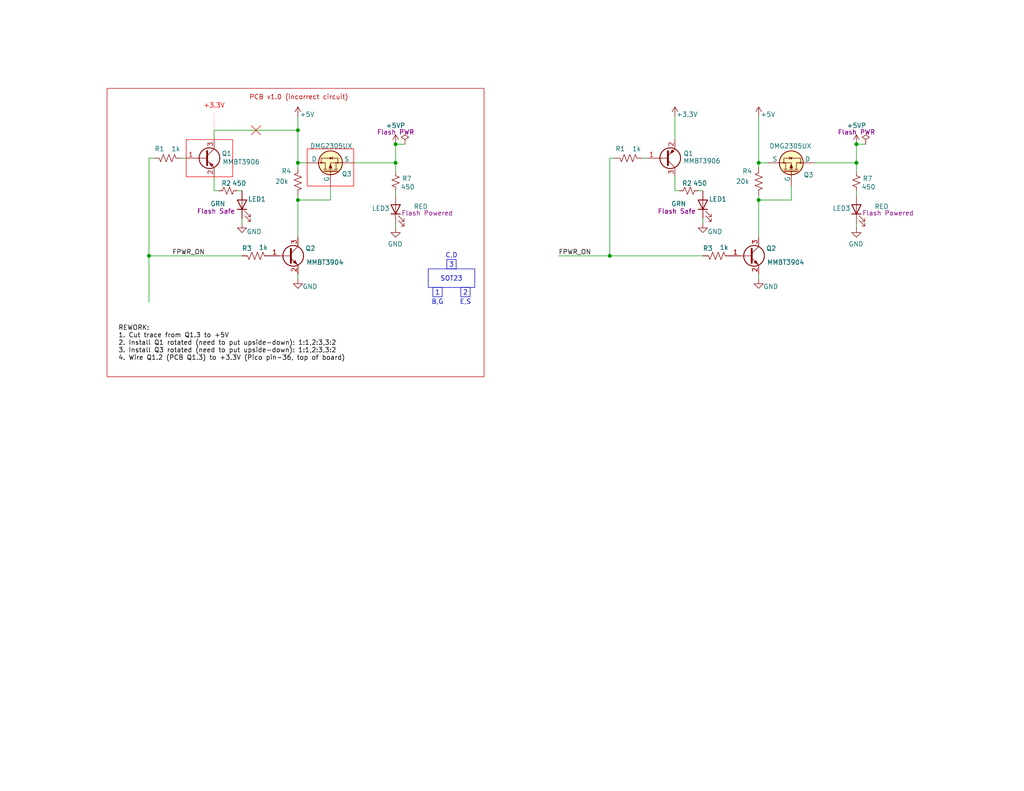
<source format=kicad_sch>
(kicad_sch
	(version 20250114)
	(generator "eeschema")
	(generator_version "9.0")
	(uuid "c346f067-a5f5-4cba-babc-f8bdb6d1832e")
	(paper "USLetter")
	(title_block
		(date "2025-10-04")
		(rev "1.1")
		(company "SilkyDESIGN AES")
		(comment 1 "Copyright 2025 AES")
	)
	(lib_symbols
		(symbol "AES_Library:DMG2305UX-AES"
			(pin_numbers
				(hide yes)
			)
			(pin_names
				(offset 0)
			)
			(exclude_from_sim no)
			(in_bom yes)
			(on_board yes)
			(property "Reference" "Q"
				(at -2.54 3.81 0)
				(effects
					(font
						(size 1.27 1.27)
					)
					(justify right)
				)
			)
			(property "Value" "DMG2305UX-AES"
				(at 12.7 3.81 0)
				(effects
					(font
						(size 1.27 1.27)
					)
					(justify right)
				)
			)
			(property "Footprint" ""
				(at 5.08 4.953 0)
				(effects
					(font
						(size 1.27 1.27)
					)
				)
			)
			(property "Datasheet" ""
				(at -2.54 0 0)
				(effects
					(font
						(size 1.27 1.27)
					)
				)
			)
			(property "Description" "Transistor P-MOSFET"
				(at 0 0 0)
				(effects
					(font
						(size 1.27 1.27)
					)
					(hide yes)
				)
			)
			(property "ki_keywords" "pmos p-mos p-mosfet transistor"
				(at 0 0 0)
				(effects
					(font
						(size 1.27 1.27)
					)
					(hide yes)
				)
			)
			(property "ki_fp_filters" "SOT-23"
				(at 0 0 0)
				(effects
					(font
						(size 1.27 1.27)
					)
					(hide yes)
				)
			)
			(symbol "DMG2305UX-AES_0_1"
				(polyline
					(pts
						(xy -2.54 0) (xy -2.286 0)
					)
					(stroke
						(width 0.254)
						(type default)
					)
					(fill
						(type none)
					)
				)
				(polyline
					(pts
						(xy -2.286 1.778) (xy -2.286 -1.905) (xy -2.286 -1.397) (xy -2.286 -1.651)
					)
					(stroke
						(width 0.254)
						(type default)
					)
					(fill
						(type none)
					)
				)
				(polyline
					(pts
						(xy -1.778 1.905) (xy -1.778 0.889)
					)
					(stroke
						(width 0)
						(type default)
					)
					(fill
						(type none)
					)
				)
				(polyline
					(pts
						(xy -1.778 1.397) (xy 0 1.397)
					)
					(stroke
						(width 0)
						(type default)
					)
					(fill
						(type none)
					)
				)
				(polyline
					(pts
						(xy -1.778 0.508) (xy -1.778 -0.508)
					)
					(stroke
						(width 0)
						(type default)
					)
					(fill
						(type none)
					)
				)
				(polyline
					(pts
						(xy -1.778 0) (xy 0 0)
					)
					(stroke
						(width 0)
						(type default)
					)
					(fill
						(type none)
					)
				)
				(polyline
					(pts
						(xy -1.778 -1.016) (xy -1.778 -2.032)
					)
					(stroke
						(width 0)
						(type default)
					)
					(fill
						(type none)
					)
				)
				(polyline
					(pts
						(xy -1.778 -1.524) (xy 0 -1.524)
					)
					(stroke
						(width 0)
						(type default)
					)
					(fill
						(type none)
					)
				)
				(polyline
					(pts
						(xy -0.381 0) (xy -1.397 0.381) (xy -1.397 -0.381) (xy -0.381 0)
					)
					(stroke
						(width 0)
						(type default)
					)
					(fill
						(type outline)
					)
				)
				(polyline
					(pts
						(xy 0 2.54) (xy 1.27 2.54) (xy 1.27 0.508) (xy 1.27 -2.032) (xy 0 -2.032)
					)
					(stroke
						(width 0)
						(type default)
					)
					(fill
						(type none)
					)
				)
				(polyline
					(pts
						(xy 0 2.159) (xy 0 1.397)
					)
					(stroke
						(width 0)
						(type default)
					)
					(fill
						(type none)
					)
				)
				(polyline
					(pts
						(xy 0 1.524) (xy 0 2.794)
					)
					(stroke
						(width 0)
						(type default)
					)
					(fill
						(type none)
					)
				)
				(circle
					(center 0 0)
					(radius 3.2512)
					(stroke
						(width 0.254)
						(type default)
					)
					(fill
						(type background)
					)
				)
				(polyline
					(pts
						(xy 0 -1.27) (xy 0 -2.032)
					)
					(stroke
						(width 0)
						(type default)
					)
					(fill
						(type none)
					)
				)
				(polyline
					(pts
						(xy 0 -1.778) (xy 0 0)
					)
					(stroke
						(width 0)
						(type default)
					)
					(fill
						(type none)
					)
				)
				(polyline
					(pts
						(xy 0 -2.032) (xy 0 -2.921)
					)
					(stroke
						(width 0)
						(type default)
					)
					(fill
						(type none)
					)
				)
				(circle
					(center 0.0254 2.54)
					(radius 0.1778)
					(stroke
						(width 0)
						(type default)
					)
					(fill
						(type outline)
					)
				)
				(circle
					(center 0.0254 -2.032)
					(radius 0.1524)
					(stroke
						(width 0)
						(type default)
					)
					(fill
						(type outline)
					)
				)
				(polyline
					(pts
						(xy 0.889 -0.5334) (xy 1.6764 -0.508)
					)
					(stroke
						(width 0)
						(type default)
					)
					(fill
						(type none)
					)
				)
				(polyline
					(pts
						(xy 1.27 -0.4572) (xy 0.9906 0.1524) (xy 1.524 0.1524) (xy 1.2446 -0.4572)
					)
					(stroke
						(width 0)
						(type default)
					)
					(fill
						(type outline)
					)
				)
			)
			(symbol "DMG2305UX-AES_1_1"
				(pin input line
					(at -6.35 0 0)
					(length 3.81)
					(name "G"
						(effects
							(font
								(size 1.27 1.27)
							)
						)
					)
					(number "1"
						(effects
							(font
								(size 1.27 1.27)
							)
						)
					)
				)
				(pin passive line
					(at 0 6.35 270)
					(length 3.81)
					(name "D"
						(effects
							(font
								(size 1.27 1.27)
							)
						)
					)
					(number "3"
						(effects
							(font
								(size 1.27 1.27)
							)
						)
					)
				)
				(pin passive line
					(at 0 -6.35 90)
					(length 3.81)
					(name "S"
						(effects
							(font
								(size 1.27 1.27)
							)
						)
					)
					(number "2"
						(effects
							(font
								(size 1.27 1.27)
							)
						)
					)
				)
			)
			(embedded_fonts no)
		)
		(symbol "Device:LED"
			(pin_numbers
				(hide yes)
			)
			(pin_names
				(offset 1.016)
				(hide yes)
			)
			(exclude_from_sim no)
			(in_bom yes)
			(on_board yes)
			(property "Reference" "D"
				(at 0 2.54 0)
				(effects
					(font
						(size 1.27 1.27)
					)
				)
			)
			(property "Value" "LED"
				(at 0 -2.54 0)
				(effects
					(font
						(size 1.27 1.27)
					)
				)
			)
			(property "Footprint" ""
				(at 0 0 0)
				(effects
					(font
						(size 1.27 1.27)
					)
					(hide yes)
				)
			)
			(property "Datasheet" "~"
				(at 0 0 0)
				(effects
					(font
						(size 1.27 1.27)
					)
					(hide yes)
				)
			)
			(property "Description" "Light emitting diode"
				(at 0 0 0)
				(effects
					(font
						(size 1.27 1.27)
					)
					(hide yes)
				)
			)
			(property "Sim.Pins" "1=K 2=A"
				(at 0 0 0)
				(effects
					(font
						(size 1.27 1.27)
					)
					(hide yes)
				)
			)
			(property "ki_keywords" "LED diode"
				(at 0 0 0)
				(effects
					(font
						(size 1.27 1.27)
					)
					(hide yes)
				)
			)
			(property "ki_fp_filters" "LED* LED_SMD:* LED_THT:*"
				(at 0 0 0)
				(effects
					(font
						(size 1.27 1.27)
					)
					(hide yes)
				)
			)
			(symbol "LED_0_1"
				(polyline
					(pts
						(xy -3.048 -0.762) (xy -4.572 -2.286) (xy -3.81 -2.286) (xy -4.572 -2.286) (xy -4.572 -1.524)
					)
					(stroke
						(width 0)
						(type default)
					)
					(fill
						(type none)
					)
				)
				(polyline
					(pts
						(xy -1.778 -0.762) (xy -3.302 -2.286) (xy -2.54 -2.286) (xy -3.302 -2.286) (xy -3.302 -1.524)
					)
					(stroke
						(width 0)
						(type default)
					)
					(fill
						(type none)
					)
				)
				(polyline
					(pts
						(xy -1.27 0) (xy 1.27 0)
					)
					(stroke
						(width 0)
						(type default)
					)
					(fill
						(type none)
					)
				)
				(polyline
					(pts
						(xy -1.27 -1.27) (xy -1.27 1.27)
					)
					(stroke
						(width 0.254)
						(type default)
					)
					(fill
						(type none)
					)
				)
				(polyline
					(pts
						(xy 1.27 -1.27) (xy 1.27 1.27) (xy -1.27 0) (xy 1.27 -1.27)
					)
					(stroke
						(width 0.254)
						(type default)
					)
					(fill
						(type none)
					)
				)
			)
			(symbol "LED_1_1"
				(pin passive line
					(at -3.81 0 0)
					(length 2.54)
					(name "K"
						(effects
							(font
								(size 1.27 1.27)
							)
						)
					)
					(number "1"
						(effects
							(font
								(size 1.27 1.27)
							)
						)
					)
				)
				(pin passive line
					(at 3.81 0 180)
					(length 2.54)
					(name "A"
						(effects
							(font
								(size 1.27 1.27)
							)
						)
					)
					(number "2"
						(effects
							(font
								(size 1.27 1.27)
							)
						)
					)
				)
			)
			(embedded_fonts no)
		)
		(symbol "Device:R_Small_US"
			(pin_numbers
				(hide yes)
			)
			(pin_names
				(offset 0.254)
				(hide yes)
			)
			(exclude_from_sim no)
			(in_bom yes)
			(on_board yes)
			(property "Reference" "R"
				(at 0.762 0.508 0)
				(effects
					(font
						(size 1.27 1.27)
					)
					(justify left)
				)
			)
			(property "Value" "R_Small_US"
				(at 0.762 -1.016 0)
				(effects
					(font
						(size 1.27 1.27)
					)
					(justify left)
				)
			)
			(property "Footprint" ""
				(at 0 0 0)
				(effects
					(font
						(size 1.27 1.27)
					)
					(hide yes)
				)
			)
			(property "Datasheet" "~"
				(at 0 0 0)
				(effects
					(font
						(size 1.27 1.27)
					)
					(hide yes)
				)
			)
			(property "Description" "Resistor, small US symbol"
				(at 0 0 0)
				(effects
					(font
						(size 1.27 1.27)
					)
					(hide yes)
				)
			)
			(property "ki_keywords" "r resistor"
				(at 0 0 0)
				(effects
					(font
						(size 1.27 1.27)
					)
					(hide yes)
				)
			)
			(property "ki_fp_filters" "R_*"
				(at 0 0 0)
				(effects
					(font
						(size 1.27 1.27)
					)
					(hide yes)
				)
			)
			(symbol "R_Small_US_1_1"
				(polyline
					(pts
						(xy 0 1.524) (xy 1.016 1.143) (xy 0 0.762) (xy -1.016 0.381) (xy 0 0)
					)
					(stroke
						(width 0)
						(type default)
					)
					(fill
						(type none)
					)
				)
				(polyline
					(pts
						(xy 0 0) (xy 1.016 -0.381) (xy 0 -0.762) (xy -1.016 -1.143) (xy 0 -1.524)
					)
					(stroke
						(width 0)
						(type default)
					)
					(fill
						(type none)
					)
				)
				(pin passive line
					(at 0 2.54 270)
					(length 1.016)
					(name "~"
						(effects
							(font
								(size 1.27 1.27)
							)
						)
					)
					(number "1"
						(effects
							(font
								(size 1.27 1.27)
							)
						)
					)
				)
				(pin passive line
					(at 0 -2.54 90)
					(length 1.016)
					(name "~"
						(effects
							(font
								(size 1.27 1.27)
							)
						)
					)
					(number "2"
						(effects
							(font
								(size 1.27 1.27)
							)
						)
					)
				)
			)
			(embedded_fonts no)
		)
		(symbol "Device:R_US"
			(pin_numbers
				(hide yes)
			)
			(pin_names
				(offset 0)
			)
			(exclude_from_sim no)
			(in_bom yes)
			(on_board yes)
			(property "Reference" "R"
				(at 2.54 0 90)
				(effects
					(font
						(size 1.27 1.27)
					)
				)
			)
			(property "Value" "R_US"
				(at -2.54 0 90)
				(effects
					(font
						(size 1.27 1.27)
					)
				)
			)
			(property "Footprint" ""
				(at 1.016 -0.254 90)
				(effects
					(font
						(size 1.27 1.27)
					)
					(hide yes)
				)
			)
			(property "Datasheet" "~"
				(at 0 0 0)
				(effects
					(font
						(size 1.27 1.27)
					)
					(hide yes)
				)
			)
			(property "Description" "Resistor, US symbol"
				(at 0 0 0)
				(effects
					(font
						(size 1.27 1.27)
					)
					(hide yes)
				)
			)
			(property "ki_keywords" "R res resistor"
				(at 0 0 0)
				(effects
					(font
						(size 1.27 1.27)
					)
					(hide yes)
				)
			)
			(property "ki_fp_filters" "R_*"
				(at 0 0 0)
				(effects
					(font
						(size 1.27 1.27)
					)
					(hide yes)
				)
			)
			(symbol "R_US_0_1"
				(polyline
					(pts
						(xy 0 2.286) (xy 0 2.54)
					)
					(stroke
						(width 0)
						(type default)
					)
					(fill
						(type none)
					)
				)
				(polyline
					(pts
						(xy 0 2.286) (xy 1.016 1.905) (xy 0 1.524) (xy -1.016 1.143) (xy 0 0.762)
					)
					(stroke
						(width 0)
						(type default)
					)
					(fill
						(type none)
					)
				)
				(polyline
					(pts
						(xy 0 0.762) (xy 1.016 0.381) (xy 0 0) (xy -1.016 -0.381) (xy 0 -0.762)
					)
					(stroke
						(width 0)
						(type default)
					)
					(fill
						(type none)
					)
				)
				(polyline
					(pts
						(xy 0 -0.762) (xy 1.016 -1.143) (xy 0 -1.524) (xy -1.016 -1.905) (xy 0 -2.286)
					)
					(stroke
						(width 0)
						(type default)
					)
					(fill
						(type none)
					)
				)
				(polyline
					(pts
						(xy 0 -2.286) (xy 0 -2.54)
					)
					(stroke
						(width 0)
						(type default)
					)
					(fill
						(type none)
					)
				)
			)
			(symbol "R_US_1_1"
				(pin passive line
					(at 0 3.81 270)
					(length 1.27)
					(name "~"
						(effects
							(font
								(size 1.27 1.27)
							)
						)
					)
					(number "1"
						(effects
							(font
								(size 1.27 1.27)
							)
						)
					)
				)
				(pin passive line
					(at 0 -3.81 90)
					(length 1.27)
					(name "~"
						(effects
							(font
								(size 1.27 1.27)
							)
						)
					)
					(number "2"
						(effects
							(font
								(size 1.27 1.27)
							)
						)
					)
				)
			)
			(embedded_fonts no)
		)
		(symbol "Transistor_BJT:BC807"
			(pin_names
				(offset 0)
				(hide yes)
			)
			(exclude_from_sim no)
			(in_bom yes)
			(on_board yes)
			(property "Reference" "Q"
				(at 5.08 1.905 0)
				(effects
					(font
						(size 1.27 1.27)
					)
					(justify left)
				)
			)
			(property "Value" "BC807"
				(at 5.08 0 0)
				(effects
					(font
						(size 1.27 1.27)
					)
					(justify left)
				)
			)
			(property "Footprint" "Package_TO_SOT_SMD:SOT-23"
				(at 5.08 -1.905 0)
				(effects
					(font
						(size 1.27 1.27)
						(italic yes)
					)
					(justify left)
					(hide yes)
				)
			)
			(property "Datasheet" "https://www.onsemi.com/pub/Collateral/BC808-D.pdf"
				(at 0 0 0)
				(effects
					(font
						(size 1.27 1.27)
					)
					(justify left)
					(hide yes)
				)
			)
			(property "Description" "0.8A Ic, 45V Vce, PNP Transistor, SOT-23"
				(at 0 0 0)
				(effects
					(font
						(size 1.27 1.27)
					)
					(hide yes)
				)
			)
			(property "ki_keywords" "PNP Transistor"
				(at 0 0 0)
				(effects
					(font
						(size 1.27 1.27)
					)
					(hide yes)
				)
			)
			(property "ki_fp_filters" "SOT?23*"
				(at 0 0 0)
				(effects
					(font
						(size 1.27 1.27)
					)
					(hide yes)
				)
			)
			(symbol "BC807_0_1"
				(polyline
					(pts
						(xy -2.54 0) (xy 0.635 0)
					)
					(stroke
						(width 0)
						(type default)
					)
					(fill
						(type none)
					)
				)
				(polyline
					(pts
						(xy 0.635 1.905) (xy 0.635 -1.905)
					)
					(stroke
						(width 0.508)
						(type default)
					)
					(fill
						(type none)
					)
				)
				(polyline
					(pts
						(xy 0.635 0.635) (xy 2.54 2.54)
					)
					(stroke
						(width 0)
						(type default)
					)
					(fill
						(type none)
					)
				)
				(polyline
					(pts
						(xy 0.635 -0.635) (xy 2.54 -2.54)
					)
					(stroke
						(width 0)
						(type default)
					)
					(fill
						(type none)
					)
				)
				(circle
					(center 1.27 0)
					(radius 2.8194)
					(stroke
						(width 0.254)
						(type default)
					)
					(fill
						(type none)
					)
				)
				(polyline
					(pts
						(xy 2.286 -1.778) (xy 1.778 -2.286) (xy 1.27 -1.27) (xy 2.286 -1.778)
					)
					(stroke
						(width 0)
						(type default)
					)
					(fill
						(type outline)
					)
				)
			)
			(symbol "BC807_1_1"
				(pin input line
					(at -5.08 0 0)
					(length 2.54)
					(name "B"
						(effects
							(font
								(size 1.27 1.27)
							)
						)
					)
					(number "1"
						(effects
							(font
								(size 1.27 1.27)
							)
						)
					)
				)
				(pin passive line
					(at 2.54 5.08 270)
					(length 2.54)
					(name "C"
						(effects
							(font
								(size 1.27 1.27)
							)
						)
					)
					(number "3"
						(effects
							(font
								(size 1.27 1.27)
							)
						)
					)
				)
				(pin passive line
					(at 2.54 -5.08 90)
					(length 2.54)
					(name "E"
						(effects
							(font
								(size 1.27 1.27)
							)
						)
					)
					(number "2"
						(effects
							(font
								(size 1.27 1.27)
							)
						)
					)
				)
			)
			(embedded_fonts no)
		)
		(symbol "Transistor_BJT:MMBT3904"
			(pin_names
				(offset 0)
				(hide yes)
			)
			(exclude_from_sim no)
			(in_bom yes)
			(on_board yes)
			(property "Reference" "Q"
				(at 5.08 1.905 0)
				(effects
					(font
						(size 1.27 1.27)
					)
					(justify left)
				)
			)
			(property "Value" "MMBT3904"
				(at 5.08 0 0)
				(effects
					(font
						(size 1.27 1.27)
					)
					(justify left)
				)
			)
			(property "Footprint" "Package_TO_SOT_SMD:SOT-23"
				(at 5.08 -1.905 0)
				(effects
					(font
						(size 1.27 1.27)
						(italic yes)
					)
					(justify left)
					(hide yes)
				)
			)
			(property "Datasheet" "https://www.onsemi.com/pdf/datasheet/pzt3904-d.pdf"
				(at 0 0 0)
				(effects
					(font
						(size 1.27 1.27)
					)
					(justify left)
					(hide yes)
				)
			)
			(property "Description" "0.2A Ic, 40V Vce, Small Signal NPN Transistor, SOT-23"
				(at 0 0 0)
				(effects
					(font
						(size 1.27 1.27)
					)
					(hide yes)
				)
			)
			(property "ki_keywords" "NPN Transistor"
				(at 0 0 0)
				(effects
					(font
						(size 1.27 1.27)
					)
					(hide yes)
				)
			)
			(property "ki_fp_filters" "SOT?23*"
				(at 0 0 0)
				(effects
					(font
						(size 1.27 1.27)
					)
					(hide yes)
				)
			)
			(symbol "MMBT3904_0_1"
				(polyline
					(pts
						(xy -2.54 0) (xy 0.635 0)
					)
					(stroke
						(width 0)
						(type default)
					)
					(fill
						(type none)
					)
				)
				(polyline
					(pts
						(xy 0.635 1.905) (xy 0.635 -1.905)
					)
					(stroke
						(width 0.508)
						(type default)
					)
					(fill
						(type none)
					)
				)
				(circle
					(center 1.27 0)
					(radius 2.8194)
					(stroke
						(width 0.254)
						(type default)
					)
					(fill
						(type none)
					)
				)
			)
			(symbol "MMBT3904_1_1"
				(polyline
					(pts
						(xy 0.635 0.635) (xy 2.54 2.54)
					)
					(stroke
						(width 0)
						(type default)
					)
					(fill
						(type none)
					)
				)
				(polyline
					(pts
						(xy 0.635 -0.635) (xy 2.54 -2.54)
					)
					(stroke
						(width 0)
						(type default)
					)
					(fill
						(type none)
					)
				)
				(polyline
					(pts
						(xy 1.27 -1.778) (xy 1.778 -1.27) (xy 2.286 -2.286) (xy 1.27 -1.778)
					)
					(stroke
						(width 0)
						(type default)
					)
					(fill
						(type outline)
					)
				)
				(pin input line
					(at -5.08 0 0)
					(length 2.54)
					(name "B"
						(effects
							(font
								(size 1.27 1.27)
							)
						)
					)
					(number "1"
						(effects
							(font
								(size 1.27 1.27)
							)
						)
					)
				)
				(pin passive line
					(at 2.54 5.08 270)
					(length 2.54)
					(name "C"
						(effects
							(font
								(size 1.27 1.27)
							)
						)
					)
					(number "3"
						(effects
							(font
								(size 1.27 1.27)
							)
						)
					)
				)
				(pin passive line
					(at 2.54 -5.08 90)
					(length 2.54)
					(name "E"
						(effects
							(font
								(size 1.27 1.27)
							)
						)
					)
					(number "2"
						(effects
							(font
								(size 1.27 1.27)
							)
						)
					)
				)
			)
			(embedded_fonts no)
		)
		(symbol "power:+3.3V"
			(power)
			(pin_numbers
				(hide yes)
			)
			(pin_names
				(offset 0)
				(hide yes)
			)
			(exclude_from_sim no)
			(in_bom yes)
			(on_board yes)
			(property "Reference" "#PWR"
				(at 0 -3.81 0)
				(effects
					(font
						(size 1.27 1.27)
					)
					(hide yes)
				)
			)
			(property "Value" "+3.3V"
				(at 0 3.556 0)
				(effects
					(font
						(size 1.27 1.27)
					)
				)
			)
			(property "Footprint" ""
				(at 0 0 0)
				(effects
					(font
						(size 1.27 1.27)
					)
					(hide yes)
				)
			)
			(property "Datasheet" ""
				(at 0 0 0)
				(effects
					(font
						(size 1.27 1.27)
					)
					(hide yes)
				)
			)
			(property "Description" "Power symbol creates a global label with name \"+3.3V\""
				(at 0 0 0)
				(effects
					(font
						(size 1.27 1.27)
					)
					(hide yes)
				)
			)
			(property "ki_keywords" "global power"
				(at 0 0 0)
				(effects
					(font
						(size 1.27 1.27)
					)
					(hide yes)
				)
			)
			(symbol "+3.3V_0_1"
				(polyline
					(pts
						(xy -0.762 1.27) (xy 0 2.54)
					)
					(stroke
						(width 0)
						(type default)
					)
					(fill
						(type none)
					)
				)
				(polyline
					(pts
						(xy 0 2.54) (xy 0.762 1.27)
					)
					(stroke
						(width 0)
						(type default)
					)
					(fill
						(type none)
					)
				)
				(polyline
					(pts
						(xy 0 0) (xy 0 2.54)
					)
					(stroke
						(width 0)
						(type default)
					)
					(fill
						(type none)
					)
				)
			)
			(symbol "+3.3V_1_1"
				(pin power_in line
					(at 0 0 90)
					(length 0)
					(name "~"
						(effects
							(font
								(size 1.27 1.27)
							)
						)
					)
					(number "1"
						(effects
							(font
								(size 1.27 1.27)
							)
						)
					)
				)
			)
			(embedded_fonts no)
		)
		(symbol "power:+5V"
			(power)
			(pin_numbers
				(hide yes)
			)
			(pin_names
				(offset 0)
				(hide yes)
			)
			(exclude_from_sim no)
			(in_bom yes)
			(on_board yes)
			(property "Reference" "#PWR"
				(at 0 -3.81 0)
				(effects
					(font
						(size 1.27 1.27)
					)
					(hide yes)
				)
			)
			(property "Value" "+5V"
				(at 0 3.556 0)
				(effects
					(font
						(size 1.27 1.27)
					)
				)
			)
			(property "Footprint" ""
				(at 0 0 0)
				(effects
					(font
						(size 1.27 1.27)
					)
					(hide yes)
				)
			)
			(property "Datasheet" ""
				(at 0 0 0)
				(effects
					(font
						(size 1.27 1.27)
					)
					(hide yes)
				)
			)
			(property "Description" "Power symbol creates a global label with name \"+5V\""
				(at 0 0 0)
				(effects
					(font
						(size 1.27 1.27)
					)
					(hide yes)
				)
			)
			(property "ki_keywords" "global power"
				(at 0 0 0)
				(effects
					(font
						(size 1.27 1.27)
					)
					(hide yes)
				)
			)
			(symbol "+5V_0_1"
				(polyline
					(pts
						(xy -0.762 1.27) (xy 0 2.54)
					)
					(stroke
						(width 0)
						(type default)
					)
					(fill
						(type none)
					)
				)
				(polyline
					(pts
						(xy 0 2.54) (xy 0.762 1.27)
					)
					(stroke
						(width 0)
						(type default)
					)
					(fill
						(type none)
					)
				)
				(polyline
					(pts
						(xy 0 0) (xy 0 2.54)
					)
					(stroke
						(width 0)
						(type default)
					)
					(fill
						(type none)
					)
				)
			)
			(symbol "+5V_1_1"
				(pin power_in line
					(at 0 0 90)
					(length 0)
					(name "~"
						(effects
							(font
								(size 1.27 1.27)
							)
						)
					)
					(number "1"
						(effects
							(font
								(size 1.27 1.27)
							)
						)
					)
				)
			)
			(embedded_fonts no)
		)
		(symbol "power:+5VP"
			(power)
			(pin_numbers
				(hide yes)
			)
			(pin_names
				(offset 0)
				(hide yes)
			)
			(exclude_from_sim no)
			(in_bom yes)
			(on_board yes)
			(property "Reference" "#PWR"
				(at 0 -3.81 0)
				(effects
					(font
						(size 1.27 1.27)
					)
					(hide yes)
				)
			)
			(property "Value" "+5VP"
				(at 0 3.556 0)
				(effects
					(font
						(size 1.27 1.27)
					)
				)
			)
			(property "Footprint" ""
				(at 0 0 0)
				(effects
					(font
						(size 1.27 1.27)
					)
					(hide yes)
				)
			)
			(property "Datasheet" ""
				(at 0 0 0)
				(effects
					(font
						(size 1.27 1.27)
					)
					(hide yes)
				)
			)
			(property "Description" "Power symbol creates a global label with name \"+5VP\""
				(at 0 0 0)
				(effects
					(font
						(size 1.27 1.27)
					)
					(hide yes)
				)
			)
			(property "ki_keywords" "global power"
				(at 0 0 0)
				(effects
					(font
						(size 1.27 1.27)
					)
					(hide yes)
				)
			)
			(symbol "+5VP_0_1"
				(polyline
					(pts
						(xy -0.762 1.27) (xy 0 2.54)
					)
					(stroke
						(width 0)
						(type default)
					)
					(fill
						(type none)
					)
				)
				(polyline
					(pts
						(xy 0 2.54) (xy 0.762 1.27)
					)
					(stroke
						(width 0)
						(type default)
					)
					(fill
						(type none)
					)
				)
				(polyline
					(pts
						(xy 0 0) (xy 0 2.54)
					)
					(stroke
						(width 0)
						(type default)
					)
					(fill
						(type none)
					)
				)
			)
			(symbol "+5VP_1_1"
				(pin power_in line
					(at 0 0 90)
					(length 0)
					(name "~"
						(effects
							(font
								(size 1.27 1.27)
							)
						)
					)
					(number "1"
						(effects
							(font
								(size 1.27 1.27)
							)
						)
					)
				)
			)
			(embedded_fonts no)
		)
		(symbol "power:GND"
			(power)
			(pin_numbers
				(hide yes)
			)
			(pin_names
				(offset 0)
				(hide yes)
			)
			(exclude_from_sim no)
			(in_bom yes)
			(on_board yes)
			(property "Reference" "#PWR"
				(at 0 -6.35 0)
				(effects
					(font
						(size 1.27 1.27)
					)
					(hide yes)
				)
			)
			(property "Value" "GND"
				(at 0 -3.81 0)
				(effects
					(font
						(size 1.27 1.27)
					)
				)
			)
			(property "Footprint" ""
				(at 0 0 0)
				(effects
					(font
						(size 1.27 1.27)
					)
					(hide yes)
				)
			)
			(property "Datasheet" ""
				(at 0 0 0)
				(effects
					(font
						(size 1.27 1.27)
					)
					(hide yes)
				)
			)
			(property "Description" "Power symbol creates a global label with name \"GND\" , ground"
				(at 0 0 0)
				(effects
					(font
						(size 1.27 1.27)
					)
					(hide yes)
				)
			)
			(property "ki_keywords" "global power"
				(at 0 0 0)
				(effects
					(font
						(size 1.27 1.27)
					)
					(hide yes)
				)
			)
			(symbol "GND_0_1"
				(polyline
					(pts
						(xy 0 0) (xy 0 -1.27) (xy 1.27 -1.27) (xy 0 -2.54) (xy -1.27 -1.27) (xy 0 -1.27)
					)
					(stroke
						(width 0)
						(type default)
					)
					(fill
						(type none)
					)
				)
			)
			(symbol "GND_1_1"
				(pin power_in line
					(at 0 0 270)
					(length 0)
					(name "~"
						(effects
							(font
								(size 1.27 1.27)
							)
						)
					)
					(number "1"
						(effects
							(font
								(size 1.27 1.27)
							)
						)
					)
				)
			)
			(embedded_fonts no)
		)
		(symbol "power:PWR_FLAG"
			(power)
			(pin_numbers
				(hide yes)
			)
			(pin_names
				(offset 0)
				(hide yes)
			)
			(exclude_from_sim no)
			(in_bom yes)
			(on_board yes)
			(property "Reference" "#FLG"
				(at 0 1.905 0)
				(effects
					(font
						(size 1.27 1.27)
					)
					(hide yes)
				)
			)
			(property "Value" "PWR_FLAG"
				(at 0 3.81 0)
				(effects
					(font
						(size 1.27 1.27)
					)
				)
			)
			(property "Footprint" ""
				(at 0 0 0)
				(effects
					(font
						(size 1.27 1.27)
					)
					(hide yes)
				)
			)
			(property "Datasheet" "~"
				(at 0 0 0)
				(effects
					(font
						(size 1.27 1.27)
					)
					(hide yes)
				)
			)
			(property "Description" "Special symbol for telling ERC where power comes from"
				(at 0 0 0)
				(effects
					(font
						(size 1.27 1.27)
					)
					(hide yes)
				)
			)
			(property "ki_keywords" "flag power"
				(at 0 0 0)
				(effects
					(font
						(size 1.27 1.27)
					)
					(hide yes)
				)
			)
			(symbol "PWR_FLAG_0_0"
				(pin power_out line
					(at 0 0 90)
					(length 0)
					(name "~"
						(effects
							(font
								(size 1.27 1.27)
							)
						)
					)
					(number "1"
						(effects
							(font
								(size 1.27 1.27)
							)
						)
					)
				)
			)
			(symbol "PWR_FLAG_0_1"
				(polyline
					(pts
						(xy 0 0) (xy 0 1.27) (xy -1.016 1.905) (xy 0 2.54) (xy 1.016 1.905) (xy 0 1.27)
					)
					(stroke
						(width 0)
						(type default)
					)
					(fill
						(type none)
					)
				)
			)
			(embedded_fonts no)
		)
	)
	(rectangle
		(start 50.8 38.1)
		(end 63.5 48.26)
		(stroke
			(width 0)
			(type solid)
			(color 255 0 0 1)
		)
		(fill
			(type none)
		)
		(uuid 15553d24-8d75-4e6a-bca0-10e507dcc2b2)
	)
	(rectangle
		(start 116.84 73.406)
		(end 129.54 78.486)
		(stroke
			(width 0)
			(type default)
		)
		(fill
			(type none)
		)
		(uuid 4d9f2a47-e326-4b10-bbc5-57b6c7bf72f8)
	)
	(rectangle
		(start 125.73 78.486)
		(end 128.27 81.026)
		(stroke
			(width 0)
			(type default)
		)
		(fill
			(type none)
		)
		(uuid 6a925e58-6eb9-4a2e-9ee9-dff5908de508)
	)
	(rectangle
		(start 121.92 70.866)
		(end 124.46 73.406)
		(stroke
			(width 0)
			(type default)
		)
		(fill
			(type none)
		)
		(uuid b344d52e-5d21-4374-977e-ef23bbbaea0b)
	)
	(rectangle
		(start 29.21 24.13)
		(end 132.08 102.87)
		(stroke
			(width 0)
			(type solid)
			(color 194 0 0 1)
		)
		(fill
			(type none)
		)
		(uuid b7d158fd-1307-4c7b-8ad2-3218ec4caf1b)
	)
	(rectangle
		(start 83.82 40.64)
		(end 96.52 50.8)
		(stroke
			(width 0)
			(type solid)
			(color 255 0 0 1)
		)
		(fill
			(type none)
		)
		(uuid bbfce5f8-c385-4bbc-aebc-fdb8a171a0cc)
	)
	(rectangle
		(start 118.11 78.486)
		(end 120.65 81.026)
		(stroke
			(width 0)
			(type default)
		)
		(fill
			(type none)
		)
		(uuid c96bedde-1735-4822-85e5-08d7565cba71)
	)
	(text "2"
		(exclude_from_sim no)
		(at 127 80.01 0)
		(effects
			(font
				(size 1.27 1.27)
			)
		)
		(uuid "1d239e91-92f9-463b-a691-44c16beed0d0")
	)
	(text "SOT23"
		(exclude_from_sim no)
		(at 123.19 76.2 0)
		(effects
			(font
				(size 1.27 1.27)
			)
		)
		(uuid "1f38cdfb-ffb8-44c1-ae17-7f8b90f7432e")
	)
	(text "PCB v1.0 (incorrect circuit)"
		(exclude_from_sim no)
		(at 81.534 26.67 0)
		(effects
			(font
				(size 1.27 1.27)
				(color 194 0 0 1)
			)
		)
		(uuid "251eb7d8-56c7-46f6-94dd-78ebfb4daf24")
	)
	(text "C,D"
		(exclude_from_sim no)
		(at 123.19 69.85 0)
		(effects
			(font
				(size 1.27 1.27)
			)
		)
		(uuid "3dde31d6-eade-4b19-a9d8-ac54bd8ca53f")
	)
	(text "+3.3V"
		(exclude_from_sim no)
		(at 58.42 28.956 0)
		(effects
			(font
				(size 1.27 1.27)
				(color 255 0 0 1)
			)
		)
		(uuid "47b41de7-dc5d-4b15-a271-b15d74e646f3")
	)
	(text "3"
		(exclude_from_sim no)
		(at 123.19 72.39 0)
		(effects
			(font
				(size 1.27 1.27)
			)
		)
		(uuid "6731ccf1-6896-4ad4-b43c-d94097c47ba6")
	)
	(text "E,S"
		(exclude_from_sim no)
		(at 127 82.55 0)
		(effects
			(font
				(size 1.27 1.27)
			)
		)
		(uuid "9debc47a-7c53-47a9-9aa9-30f215419ac9")
	)
	(text "1"
		(exclude_from_sim no)
		(at 119.38 80.01 0)
		(effects
			(font
				(size 1.27 1.27)
			)
		)
		(uuid "b1cae6aa-e451-4bde-ab1f-a77e4219adee")
	)
	(text "REWORK:\n1. Cut trace from Q1.3 to +5V\n2. Install Q1 rotated (need to put upside-down): 1:1,2:3,3:2\n3. Install Q3 rotated (need to put upside-down): 1:1,2:3,3:2\n4. Wire Q1.2 (PCB Q1.3) to +3.3V (Pico pin-36, top of board)"
		(exclude_from_sim no)
		(at 32.258 93.726 0)
		(effects
			(font
				(size 1.27 1.27)
				(color 0 0 0 1)
			)
			(justify left)
		)
		(uuid "eb23a1e2-bc95-434b-91cd-a653918e1aba")
	)
	(text "B,G"
		(exclude_from_sim no)
		(at 119.38 82.55 0)
		(effects
			(font
				(size 1.27 1.27)
			)
		)
		(uuid "edae049b-ea5d-4ed8-b63b-fc02e129e8ab")
	)
	(junction
		(at 81.28 54.61)
		(diameter 0)
		(color 0 0 0 0)
		(uuid "3244fdee-5bcf-4c99-95d7-e4d4bc240a47")
	)
	(junction
		(at 166.37 69.85)
		(diameter 0)
		(color 0 0 0 0)
		(uuid "3738991a-a6d7-4278-9e19-a96e3a168d56")
	)
	(junction
		(at 40.64 69.85)
		(diameter 0)
		(color 0 0 0 0)
		(uuid "3b9c724b-e92e-4320-8312-29463017e0f6")
	)
	(junction
		(at 107.95 44.45)
		(diameter 0)
		(color 0 0 0 0)
		(uuid "3ed7966f-3f1c-495b-9359-476948f53c3d")
	)
	(junction
		(at 81.28 44.45)
		(diameter 0)
		(color 0 0 0 0)
		(uuid "51ccd762-9a0f-4c55-8898-aef155bc5afd")
	)
	(junction
		(at 207.01 54.61)
		(diameter 0)
		(color 0 0 0 0)
		(uuid "5978d146-ba00-4ed2-a1aa-60fc27e60274")
	)
	(junction
		(at 207.01 44.45)
		(diameter 0)
		(color 0 0 0 0)
		(uuid "6228f3b9-5409-4459-a1a0-26f1222ad57a")
	)
	(junction
		(at 107.95 39.37)
		(diameter 0)
		(color 0 0 0 0)
		(uuid "75ec54ef-e037-4879-9dd8-85cd136c95ea")
	)
	(junction
		(at 81.28 35.56)
		(diameter 0)
		(color 0 0 0 0)
		(uuid "774a8e59-7275-4e7c-a39e-9e7f79e04043")
	)
	(junction
		(at 233.68 39.37)
		(diameter 0)
		(color 0 0 0 0)
		(uuid "8f7e2d6a-c951-41ee-847d-cfbd09cbd04f")
	)
	(junction
		(at 233.68 44.45)
		(diameter 0)
		(color 0 0 0 0)
		(uuid "a21e20f8-e2d4-4556-9ead-711756e60e3e")
	)
	(wire
		(pts
			(xy 40.64 69.85) (xy 40.64 82.55)
		)
		(stroke
			(width 0)
			(type default)
		)
		(uuid "13c03f5a-05e2-48f0-875b-443eb2134f9f")
	)
	(wire
		(pts
			(xy 107.95 52.07) (xy 107.95 53.34)
		)
		(stroke
			(width 0)
			(type default)
		)
		(uuid "1fb9ce89-e009-461e-ba50-24bede500903")
	)
	(polyline
		(pts
			(xy 68.58 34.29) (xy 71.12 36.83)
		)
		(stroke
			(width 0)
			(type solid)
			(color 255 0 0 1)
		)
		(uuid "227dfee7-2e63-412c-a6f8-75a9d4f3315c")
	)
	(wire
		(pts
			(xy 90.17 50.8) (xy 90.17 54.61)
		)
		(stroke
			(width 0)
			(type default)
		)
		(uuid "24ad1b23-cd2d-486d-a1ea-d7b0abae511b")
	)
	(wire
		(pts
			(xy 190.5 52.07) (xy 191.77 52.07)
		)
		(stroke
			(width 0)
			(type default)
		)
		(uuid "26808976-1c24-44e6-aa56-0208d89fdf4f")
	)
	(wire
		(pts
			(xy 233.68 39.37) (xy 236.22 39.37)
		)
		(stroke
			(width 0)
			(type default)
		)
		(uuid "2e1d9cee-f74d-40e4-b0d2-d7a02e25e217")
	)
	(wire
		(pts
			(xy 184.15 48.26) (xy 184.15 52.07)
		)
		(stroke
			(width 0)
			(type default)
		)
		(uuid "31c4174a-9bec-425d-ad56-ef8577300462")
	)
	(wire
		(pts
			(xy 107.95 60.96) (xy 107.95 62.23)
		)
		(stroke
			(width 0)
			(type default)
		)
		(uuid "3600c9e3-bea9-4c40-bd7d-8e9a951e3035")
	)
	(wire
		(pts
			(xy 207.01 74.93) (xy 207.01 76.2)
		)
		(stroke
			(width 0)
			(type default)
		)
		(uuid "37262c31-4a81-43ae-a978-171d8353e669")
	)
	(wire
		(pts
			(xy 207.01 31.75) (xy 207.01 44.45)
		)
		(stroke
			(width 0)
			(type default)
		)
		(uuid "383268bc-efff-4f6f-b3d0-1ccc2c981c03")
	)
	(wire
		(pts
			(xy 81.28 53.34) (xy 81.28 54.61)
		)
		(stroke
			(width 0)
			(type default)
		)
		(uuid "391c996e-b387-4f5b-9526-7d45739d9b9c")
	)
	(wire
		(pts
			(xy 58.42 35.56) (xy 81.28 35.56)
		)
		(stroke
			(width 0)
			(type default)
		)
		(uuid "396de2a2-62de-4fec-addb-32418b5905c9")
	)
	(wire
		(pts
			(xy 222.25 44.45) (xy 233.68 44.45)
		)
		(stroke
			(width 0)
			(type default)
		)
		(uuid "3acac55e-61e6-4d4b-92a1-612d6c83cf2d")
	)
	(wire
		(pts
			(xy 81.28 74.93) (xy 81.28 76.2)
		)
		(stroke
			(width 0)
			(type default)
		)
		(uuid "3fff52ac-f335-49f9-8b30-c2181dc6e8c8")
	)
	(wire
		(pts
			(xy 81.28 44.45) (xy 81.28 35.56)
		)
		(stroke
			(width 0)
			(type default)
		)
		(uuid "4446a7bf-9c30-40c6-ba23-8fcb41630414")
	)
	(wire
		(pts
			(xy 184.15 52.07) (xy 185.42 52.07)
		)
		(stroke
			(width 0)
			(type default)
		)
		(uuid "461c4f0e-5dd3-4eb4-9a0d-d7640ea9a1ca")
	)
	(wire
		(pts
			(xy 49.53 43.18) (xy 50.8 43.18)
		)
		(stroke
			(width 0)
			(type default)
		)
		(uuid "4eb402d7-d1d7-46c8-8532-9247ad1b7555")
	)
	(wire
		(pts
			(xy 167.64 43.18) (xy 166.37 43.18)
		)
		(stroke
			(width 0)
			(type default)
		)
		(uuid "55af5943-978b-416d-94a4-d6dc6f2b7701")
	)
	(wire
		(pts
			(xy 166.37 69.85) (xy 152.4 69.85)
		)
		(stroke
			(width 0)
			(type default)
		)
		(uuid "5e85ab38-759f-4f25-ab54-8325c6ff22f7")
	)
	(wire
		(pts
			(xy 191.77 59.69) (xy 191.77 60.96)
		)
		(stroke
			(width 0)
			(type default)
		)
		(uuid "6039bc2c-a5c4-4db3-bd40-f0086f8e233f")
	)
	(wire
		(pts
			(xy 233.68 60.96) (xy 233.68 62.23)
		)
		(stroke
			(width 0)
			(type default)
		)
		(uuid "777aec2e-8041-40b0-b087-9f19e3f81a50")
	)
	(wire
		(pts
			(xy 207.01 53.34) (xy 207.01 54.61)
		)
		(stroke
			(width 0)
			(type default)
		)
		(uuid "7b43139f-2368-46f1-8c1d-393d463bba8f")
	)
	(wire
		(pts
			(xy 96.52 44.45) (xy 107.95 44.45)
		)
		(stroke
			(width 0)
			(type default)
		)
		(uuid "87bd0404-4702-4b27-b2e7-d38e3086c4b8")
	)
	(wire
		(pts
			(xy 81.28 31.75) (xy 81.28 35.56)
		)
		(stroke
			(width 0)
			(type default)
		)
		(uuid "8da5f872-ddce-4191-ae23-9054be3b21fc")
	)
	(wire
		(pts
			(xy 209.55 44.45) (xy 207.01 44.45)
		)
		(stroke
			(width 0)
			(type default)
		)
		(uuid "913109bc-3fdd-4ee6-889d-c26a701e4fcb")
	)
	(wire
		(pts
			(xy 207.01 54.61) (xy 215.9 54.61)
		)
		(stroke
			(width 0)
			(type default)
		)
		(uuid "914e5403-a78b-4059-ab90-6fadea4c8c7f")
	)
	(wire
		(pts
			(xy 166.37 69.85) (xy 191.77 69.85)
		)
		(stroke
			(width 0)
			(type default)
		)
		(uuid "9494de15-07ab-4c65-abb5-ded53ae16ebd")
	)
	(wire
		(pts
			(xy 40.64 69.85) (xy 66.04 69.85)
		)
		(stroke
			(width 0)
			(type default)
		)
		(uuid "9ac556c5-56f3-4d34-9b54-5680928451c8")
	)
	(wire
		(pts
			(xy 166.37 43.18) (xy 166.37 69.85)
		)
		(stroke
			(width 0)
			(type default)
		)
		(uuid "a421b055-ae9c-4d92-b327-22010987ae5d")
	)
	(wire
		(pts
			(xy 64.77 52.07) (xy 66.04 52.07)
		)
		(stroke
			(width 0)
			(type default)
		)
		(uuid "a4a486fe-1dbd-4ddb-8b94-eb7cf15f2b2d")
	)
	(wire
		(pts
			(xy 40.64 43.18) (xy 40.64 69.85)
		)
		(stroke
			(width 0)
			(type default)
		)
		(uuid "b03c99f6-4f8b-482b-a3f6-7814215996c5")
	)
	(wire
		(pts
			(xy 207.01 44.45) (xy 207.01 45.72)
		)
		(stroke
			(width 0)
			(type default)
		)
		(uuid "b164fefd-261b-4a2f-8458-e6b95eff8a4d")
	)
	(wire
		(pts
			(xy 233.68 52.07) (xy 233.68 53.34)
		)
		(stroke
			(width 0)
			(type default)
		)
		(uuid "b1c8bbd8-e9ab-48c6-af09-7eab89db19b1")
	)
	(wire
		(pts
			(xy 207.01 54.61) (xy 207.01 64.77)
		)
		(stroke
			(width 0)
			(type default)
		)
		(uuid "b20fb849-3502-423a-9cfb-a848ac97a640")
	)
	(wire
		(pts
			(xy 66.04 59.69) (xy 66.04 60.96)
		)
		(stroke
			(width 0)
			(type default)
		)
		(uuid "b55c4e62-8fbc-4cd0-b34a-04ee98cd193c")
	)
	(wire
		(pts
			(xy 58.42 48.26) (xy 58.42 52.07)
		)
		(stroke
			(width 0)
			(type default)
		)
		(uuid "b65ceecf-f5da-4b81-a06b-9e010ca0d1e2")
	)
	(wire
		(pts
			(xy 233.68 39.37) (xy 233.68 44.45)
		)
		(stroke
			(width 0)
			(type default)
		)
		(uuid "ba18f5e6-5312-48fd-a251-4f1ac30ac665")
	)
	(wire
		(pts
			(xy 81.28 54.61) (xy 90.17 54.61)
		)
		(stroke
			(width 0)
			(type default)
		)
		(uuid "bb5f04d4-fa2a-4da1-8851-c37c32833353")
	)
	(wire
		(pts
			(xy 215.9 50.8) (xy 215.9 54.61)
		)
		(stroke
			(width 0)
			(type default)
		)
		(uuid "bd805b83-7309-49c9-8c48-c0dc45537073")
	)
	(wire
		(pts
			(xy 233.68 44.45) (xy 233.68 46.99)
		)
		(stroke
			(width 0)
			(type default)
		)
		(uuid "c6558d6d-82e7-45c2-a5de-ecfc73a36721")
	)
	(wire
		(pts
			(xy 81.28 44.45) (xy 81.28 45.72)
		)
		(stroke
			(width 0)
			(type default)
		)
		(uuid "d4c3ae13-300a-4437-94dc-520976f418fa")
	)
	(wire
		(pts
			(xy 175.26 43.18) (xy 176.53 43.18)
		)
		(stroke
			(width 0)
			(type default)
		)
		(uuid "d5426b19-f887-4540-b2a6-fc2c8f3ad737")
	)
	(wire
		(pts
			(xy 107.95 44.45) (xy 107.95 46.99)
		)
		(stroke
			(width 0)
			(type default)
		)
		(uuid "d9207534-68bb-4b1e-89ac-e087d7db499f")
	)
	(polyline
		(pts
			(xy 58.42 38.1) (xy 58.42 30.48)
		)
		(stroke
			(width 0)
			(type dot)
			(color 255 0 0 1)
		)
		(uuid "da8c0c4d-5aac-4823-a6b4-3a572194b990")
	)
	(wire
		(pts
			(xy 58.42 52.07) (xy 59.69 52.07)
		)
		(stroke
			(width 0)
			(type default)
		)
		(uuid "db0a2102-3f45-4aec-bbd2-0d7a2ef3e2a4")
	)
	(wire
		(pts
			(xy 107.95 39.37) (xy 107.95 44.45)
		)
		(stroke
			(width 0)
			(type default)
		)
		(uuid "dc7137c6-9656-4e97-b5a8-456a1683bcff")
	)
	(wire
		(pts
			(xy 81.28 54.61) (xy 81.28 64.77)
		)
		(stroke
			(width 0)
			(type default)
		)
		(uuid "ddcf5152-a7a3-496f-a541-2b952010d420")
	)
	(wire
		(pts
			(xy 58.42 38.1) (xy 58.42 35.56)
		)
		(stroke
			(width 0)
			(type default)
		)
		(uuid "e0f2bd21-19e4-4562-a3f6-9cb52a906550")
	)
	(wire
		(pts
			(xy 184.15 31.75) (xy 184.15 38.1)
		)
		(stroke
			(width 0)
			(type default)
		)
		(uuid "edff88b0-cef4-4217-8980-ea690a3eae95")
	)
	(polyline
		(pts
			(xy 68.58 36.83) (xy 71.12 34.29)
		)
		(stroke
			(width 0)
			(type solid)
			(color 255 0 0 1)
		)
		(uuid "eea01ecb-6b98-45ec-a584-936caa394f42")
	)
	(wire
		(pts
			(xy 83.82 44.45) (xy 81.28 44.45)
		)
		(stroke
			(width 0)
			(type default)
		)
		(uuid "f56e2911-15c0-43bd-8ced-5fd5983ded07")
	)
	(wire
		(pts
			(xy 107.95 39.37) (xy 110.49 39.37)
		)
		(stroke
			(width 0)
			(type default)
		)
		(uuid "fa7794c4-8f63-4eca-b3a5-c5dd426a829e")
	)
	(wire
		(pts
			(xy 41.91 43.18) (xy 40.64 43.18)
		)
		(stroke
			(width 0)
			(type default)
		)
		(uuid "ff9e312f-2c1a-4c03-9c87-c2d480b21fb3")
	)
	(label "FPWR_ON"
		(at 46.99 69.85 0)
		(effects
			(font
				(size 1.27 1.27)
			)
			(justify left bottom)
		)
		(uuid "40f1c640-cd74-4580-931c-6dea56faad12")
	)
	(label "FPWR_ON"
		(at 152.4 69.85 0)
		(effects
			(font
				(size 1.27 1.27)
			)
			(justify left bottom)
		)
		(uuid "aeac911e-e823-4947-ab8f-7f26d4da839e")
	)
	(symbol
		(lib_id "power:+5VP")
		(at 233.68 39.37 0)
		(unit 1)
		(exclude_from_sim no)
		(in_bom yes)
		(on_board yes)
		(dnp no)
		(uuid "07757b76-8739-45cc-a4c8-10b1d8b24ed1")
		(property "Reference" "#PWR051"
			(at 233.68 43.18 0)
			(effects
				(font
					(size 1.27 1.27)
				)
				(hide yes)
			)
		)
		(property "Value" "+5VP"
			(at 233.68 34.29 0)
			(effects
				(font
					(size 1.27 1.27)
				)
			)
		)
		(property "Footprint" ""
			(at 233.68 39.37 0)
			(effects
				(font
					(size 1.27 1.27)
				)
				(hide yes)
			)
		)
		(property "Datasheet" ""
			(at 233.68 39.37 0)
			(effects
				(font
					(size 1.27 1.27)
				)
				(hide yes)
			)
		)
		(property "Description" "Power symbol creates a global label with name \"+5VP\""
			(at 233.68 39.37 0)
			(effects
				(font
					(size 1.27 1.27)
				)
				(hide yes)
			)
		)
		(property "Function" "Flash PWR"
			(at 233.68 36.068 0)
			(effects
				(font
					(size 1.27 1.27)
				)
			)
		)
		(pin "1"
			(uuid "041fa4d3-5afd-44e3-8697-6a7960acef1f")
		)
		(instances
			(project "SD-PGMR"
				(path "/e911f333-789e-45e5-911e-dcecec8cc0e7/cf735f4c-d6da-44f1-ad44-e3803fb9e5c5"
					(reference "#PWR051")
					(unit 1)
				)
			)
		)
	)
	(symbol
		(lib_id "power:+5VP")
		(at 107.95 39.37 0)
		(unit 1)
		(exclude_from_sim no)
		(in_bom no)
		(on_board no)
		(dnp no)
		(uuid "1a2ebbba-836a-412c-b37b-6efb05c880dd")
		(property "Reference" "#PWR046"
			(at 107.95 43.18 0)
			(effects
				(font
					(size 1.27 1.27)
				)
				(hide yes)
			)
		)
		(property "Value" "+5VP"
			(at 107.95 34.29 0)
			(effects
				(font
					(size 1.27 1.27)
				)
			)
		)
		(property "Footprint" ""
			(at 107.95 39.37 0)
			(effects
				(font
					(size 1.27 1.27)
				)
				(hide yes)
			)
		)
		(property "Datasheet" ""
			(at 107.95 39.37 0)
			(effects
				(font
					(size 1.27 1.27)
				)
				(hide yes)
			)
		)
		(property "Description" "Power symbol creates a global label with name \"+5VP\""
			(at 107.95 39.37 0)
			(effects
				(font
					(size 1.27 1.27)
				)
				(hide yes)
			)
		)
		(property "Function" "Flash PWR"
			(at 107.95 36.068 0)
			(effects
				(font
					(size 1.27 1.27)
				)
			)
		)
		(pin "1"
			(uuid "2cfba5ae-f1ba-4293-9f7d-40b522b02b86")
		)
		(instances
			(project "SD-PGMR"
				(path "/e911f333-789e-45e5-911e-dcecec8cc0e7/cf735f4c-d6da-44f1-ad44-e3803fb9e5c5"
					(reference "#PWR046")
					(unit 1)
				)
			)
		)
	)
	(symbol
		(lib_id "Transistor_BJT:MMBT3904")
		(at 204.47 69.85 0)
		(unit 1)
		(exclude_from_sim no)
		(in_bom yes)
		(on_board yes)
		(dnp no)
		(uuid "1c1e9206-05b0-4622-970f-16d853faed89")
		(property "Reference" "Q2"
			(at 209.042 67.818 0)
			(effects
				(font
					(size 1.27 1.27)
				)
				(justify left)
			)
		)
		(property "Value" "MMBT3904"
			(at 209.296 71.628 0)
			(effects
				(font
					(size 1.27 1.27)
				)
				(justify left)
			)
		)
		(property "Footprint" "Package_TO_SOT_SMD:SOT-23"
			(at 209.55 71.755 0)
			(effects
				(font
					(size 1.27 1.27)
					(italic yes)
				)
				(justify left)
				(hide yes)
			)
		)
		(property "Datasheet" "https://www.onsemi.com/pdf/datasheet/pzt3904-d.pdf"
			(at 204.47 69.85 0)
			(effects
				(font
					(size 1.27 1.27)
				)
				(justify left)
				(hide yes)
			)
		)
		(property "Description" "0.2A Ic, 40V Vce, Small Signal NPN Transistor, SOT-23"
			(at 204.47 69.85 0)
			(effects
				(font
					(size 1.27 1.27)
				)
				(hide yes)
			)
		)
		(pin "1"
			(uuid "4fff983a-79bd-4ae4-af55-2b03523889cf")
		)
		(pin "2"
			(uuid "78718bdc-19c6-4128-8103-7d98095df8dc")
		)
		(pin "3"
			(uuid "6f43dfe3-0f9a-49db-90a9-957d2aa47d1b")
		)
		(instances
			(project "SD-PGMR"
				(path "/e911f333-789e-45e5-911e-dcecec8cc0e7/cf735f4c-d6da-44f1-ad44-e3803fb9e5c5"
					(reference "Q2")
					(unit 1)
				)
			)
		)
	)
	(symbol
		(lib_id "power:GND")
		(at 207.01 76.2 0)
		(mirror y)
		(unit 1)
		(exclude_from_sim no)
		(in_bom yes)
		(on_board yes)
		(dnp no)
		(uuid "2fc280fc-92e5-4888-af5e-a18dc1bd0d5b")
		(property "Reference" "#PWR050"
			(at 207.01 82.55 0)
			(effects
				(font
					(size 1.27 1.27)
				)
				(hide yes)
			)
		)
		(property "Value" "GND"
			(at 210.312 78.232 0)
			(effects
				(font
					(size 1.27 1.27)
				)
			)
		)
		(property "Footprint" ""
			(at 207.01 76.2 0)
			(effects
				(font
					(size 1.27 1.27)
				)
				(hide yes)
			)
		)
		(property "Datasheet" ""
			(at 207.01 76.2 0)
			(effects
				(font
					(size 1.27 1.27)
				)
				(hide yes)
			)
		)
		(property "Description" ""
			(at 207.01 76.2 0)
			(effects
				(font
					(size 1.27 1.27)
				)
			)
		)
		(pin "1"
			(uuid "b0c4d876-6783-4fff-9dd8-848efaa823f6")
		)
		(instances
			(project "SD-PGMR"
				(path "/e911f333-789e-45e5-911e-dcecec8cc0e7/cf735f4c-d6da-44f1-ad44-e3803fb9e5c5"
					(reference "#PWR050")
					(unit 1)
				)
			)
		)
	)
	(symbol
		(lib_id "Device:LED")
		(at 107.95 57.15 90)
		(unit 1)
		(exclude_from_sim no)
		(in_bom no)
		(on_board no)
		(dnp no)
		(uuid "352f7ab4-d3d7-40b4-a99f-bf562596f049")
		(property "Reference" "LED3"
			(at 103.886 56.896 90)
			(effects
				(font
					(size 1.27 1.27)
				)
			)
		)
		(property "Value" "RED"
			(at 114.808 56.388 90)
			(effects
				(font
					(size 1.27 1.27)
				)
			)
		)
		(property "Footprint" "LED_THT:LED_D5.0mm"
			(at 107.95 57.15 0)
			(effects
				(font
					(size 1.27 1.27)
				)
				(hide yes)
			)
		)
		(property "Datasheet" "~"
			(at 107.95 57.15 0)
			(effects
				(font
					(size 1.27 1.27)
				)
				(hide yes)
			)
		)
		(property "Description" "Light emitting diode"
			(at 107.95 57.15 0)
			(effects
				(font
					(size 1.27 1.27)
				)
				(hide yes)
			)
		)
		(property "Function" "Flash Powered"
			(at 116.586 58.166 90)
			(effects
				(font
					(size 1.27 1.27)
				)
			)
		)
		(property "Sim.Pins" "1=K 2=A"
			(at 107.95 57.15 0)
			(effects
				(font
					(size 1.27 1.27)
				)
				(hide yes)
			)
		)
		(pin "1"
			(uuid "d4313f2c-848d-4d3a-b538-225e85b69342")
		)
		(pin "2"
			(uuid "807239a5-39d9-410a-84b6-6797a2c01cfb")
		)
		(instances
			(project "SD-PGMR"
				(path "/e911f333-789e-45e5-911e-dcecec8cc0e7/cf735f4c-d6da-44f1-ad44-e3803fb9e5c5"
					(reference "LED3")
					(unit 1)
				)
			)
		)
	)
	(symbol
		(lib_id "Device:R_Small_US")
		(at 233.68 49.53 0)
		(unit 1)
		(exclude_from_sim no)
		(in_bom yes)
		(on_board yes)
		(dnp no)
		(uuid "37122daa-1797-4ca4-a76f-baf278498f10")
		(property "Reference" "R7"
			(at 236.728 48.768 0)
			(effects
				(font
					(size 1.27 1.27)
				)
			)
		)
		(property "Value" "450"
			(at 236.982 51.054 0)
			(effects
				(font
					(size 1.27 1.27)
				)
			)
		)
		(property "Footprint" "Resistor_SMD:R_0805_2012Metric_Pad1.20x1.40mm_HandSolder"
			(at 233.68 49.53 0)
			(effects
				(font
					(size 1.27 1.27)
				)
				(hide yes)
			)
		)
		(property "Datasheet" "~"
			(at 233.68 49.53 0)
			(effects
				(font
					(size 1.27 1.27)
				)
				(hide yes)
			)
		)
		(property "Description" ""
			(at 233.68 49.53 0)
			(effects
				(font
					(size 1.27 1.27)
				)
			)
		)
		(pin "1"
			(uuid "1fd23eed-f1f9-4664-b9f5-da5c3a20de7c")
		)
		(pin "2"
			(uuid "8852ec3f-f16e-480f-ba8a-ac1aef420331")
		)
		(instances
			(project "SD-PGMR"
				(path "/e911f333-789e-45e5-911e-dcecec8cc0e7/cf735f4c-d6da-44f1-ad44-e3803fb9e5c5"
					(reference "R7")
					(unit 1)
				)
			)
		)
	)
	(symbol
		(lib_id "power:PWR_FLAG")
		(at 110.49 39.37 0)
		(unit 1)
		(exclude_from_sim no)
		(in_bom no)
		(on_board no)
		(dnp no)
		(uuid "3d35913c-c9eb-4caf-9831-617ec5b10814")
		(property "Reference" "#FLG03"
			(at 110.49 37.465 0)
			(effects
				(font
					(size 1.27 1.27)
				)
				(hide yes)
			)
		)
		(property "Value" "PF_VP5"
			(at 114.554 37.592 0)
			(effects
				(font
					(size 1.27 1.27)
				)
				(hide yes)
			)
		)
		(property "Footprint" ""
			(at 110.49 39.37 0)
			(effects
				(font
					(size 1.27 1.27)
				)
				(hide yes)
			)
		)
		(property "Datasheet" "~"
			(at 110.49 39.37 0)
			(effects
				(font
					(size 1.27 1.27)
				)
				(hide yes)
			)
		)
		(property "Description" "Special symbol for telling ERC where power comes from"
			(at 110.49 39.37 0)
			(effects
				(font
					(size 1.27 1.27)
				)
				(hide yes)
			)
		)
		(pin "1"
			(uuid "a6fda8b4-9b3e-4f33-8d41-57a318e7538d")
		)
		(instances
			(project "SD-PGMR"
				(path "/e911f333-789e-45e5-911e-dcecec8cc0e7/cf735f4c-d6da-44f1-ad44-e3803fb9e5c5"
					(reference "#FLG03")
					(unit 1)
				)
			)
		)
	)
	(symbol
		(lib_id "power:GND")
		(at 81.28 76.2 0)
		(mirror y)
		(unit 1)
		(exclude_from_sim no)
		(in_bom no)
		(on_board no)
		(dnp no)
		(uuid "416c2e37-8880-4afd-a091-7a1b7f42c0c7")
		(property "Reference" "#PWR045"
			(at 81.28 82.55 0)
			(effects
				(font
					(size 1.27 1.27)
				)
				(hide yes)
			)
		)
		(property "Value" "GND"
			(at 84.582 78.232 0)
			(effects
				(font
					(size 1.27 1.27)
				)
			)
		)
		(property "Footprint" ""
			(at 81.28 76.2 0)
			(effects
				(font
					(size 1.27 1.27)
				)
				(hide yes)
			)
		)
		(property "Datasheet" ""
			(at 81.28 76.2 0)
			(effects
				(font
					(size 1.27 1.27)
				)
				(hide yes)
			)
		)
		(property "Description" ""
			(at 81.28 76.2 0)
			(effects
				(font
					(size 1.27 1.27)
				)
			)
		)
		(pin "1"
			(uuid "19416623-3c0e-44f2-a7c2-786c4e0557e6")
		)
		(instances
			(project "SD-PGMR"
				(path "/e911f333-789e-45e5-911e-dcecec8cc0e7/cf735f4c-d6da-44f1-ad44-e3803fb9e5c5"
					(reference "#PWR045")
					(unit 1)
				)
			)
		)
	)
	(symbol
		(lib_id "power:GND")
		(at 107.95 62.23 0)
		(mirror y)
		(unit 1)
		(exclude_from_sim no)
		(in_bom no)
		(on_board no)
		(dnp no)
		(uuid "41e96f80-c226-45e4-afce-9ad838af424f")
		(property "Reference" "#PWR047"
			(at 107.95 68.58 0)
			(effects
				(font
					(size 1.27 1.27)
				)
				(hide yes)
			)
		)
		(property "Value" "GND"
			(at 107.823 66.6242 0)
			(effects
				(font
					(size 1.27 1.27)
				)
			)
		)
		(property "Footprint" ""
			(at 107.95 62.23 0)
			(effects
				(font
					(size 1.27 1.27)
				)
				(hide yes)
			)
		)
		(property "Datasheet" ""
			(at 107.95 62.23 0)
			(effects
				(font
					(size 1.27 1.27)
				)
				(hide yes)
			)
		)
		(property "Description" ""
			(at 107.95 62.23 0)
			(effects
				(font
					(size 1.27 1.27)
				)
			)
		)
		(pin "1"
			(uuid "b6b3da3f-edbc-4a40-bb79-16ba4a182868")
		)
		(instances
			(project "SD-PGMR"
				(path "/e911f333-789e-45e5-911e-dcecec8cc0e7/cf735f4c-d6da-44f1-ad44-e3803fb9e5c5"
					(reference "#PWR047")
					(unit 1)
				)
			)
		)
	)
	(symbol
		(lib_id "Device:LED")
		(at 66.04 55.88 90)
		(unit 1)
		(exclude_from_sim no)
		(in_bom no)
		(on_board no)
		(dnp no)
		(uuid "5412ab71-06ba-4d93-a57c-da5bb0e7549f")
		(property "Reference" "LED1"
			(at 70.104 54.356 90)
			(effects
				(font
					(size 1.27 1.27)
				)
			)
		)
		(property "Value" "GRN"
			(at 59.436 55.626 90)
			(effects
				(font
					(size 1.27 1.27)
				)
			)
		)
		(property "Footprint" "LED_THT:LED_D5.0mm"
			(at 66.04 55.88 0)
			(effects
				(font
					(size 1.27 1.27)
				)
				(hide yes)
			)
		)
		(property "Datasheet" "~"
			(at 66.04 55.88 0)
			(effects
				(font
					(size 1.27 1.27)
				)
				(hide yes)
			)
		)
		(property "Description" "Light emitting diode"
			(at 66.04 55.88 0)
			(effects
				(font
					(size 1.27 1.27)
				)
				(hide yes)
			)
		)
		(property "Function" "Flash Safe"
			(at 58.928 57.658 90)
			(effects
				(font
					(size 1.27 1.27)
				)
			)
		)
		(property "Sim.Pins" "1=K 2=A"
			(at 66.04 55.88 0)
			(effects
				(font
					(size 1.27 1.27)
				)
				(hide yes)
			)
		)
		(pin "1"
			(uuid "bf876382-756f-4abf-b1ad-8dbbbd4781f7")
		)
		(pin "2"
			(uuid "ab8fc6f0-45c0-4f35-9c20-1c6240ece66a")
		)
		(instances
			(project "SD-PGMR"
				(path "/e911f333-789e-45e5-911e-dcecec8cc0e7/cf735f4c-d6da-44f1-ad44-e3803fb9e5c5"
					(reference "LED1")
					(unit 1)
				)
			)
		)
	)
	(symbol
		(lib_id "Transistor_BJT:BC807")
		(at 181.61 43.18 0)
		(mirror x)
		(unit 1)
		(exclude_from_sim no)
		(in_bom yes)
		(on_board yes)
		(dnp no)
		(uuid "57c812c9-4040-441a-96f5-432ec34f20fe")
		(property "Reference" "Q1"
			(at 186.436 41.91 0)
			(effects
				(font
					(size 1.27 1.27)
				)
				(justify left)
			)
		)
		(property "Value" "MMBT3906"
			(at 186.436 43.942 0)
			(effects
				(font
					(size 1.27 1.27)
				)
				(justify left)
			)
		)
		(property "Footprint" "Package_TO_SOT_SMD:SOT-23"
			(at 186.69 41.275 0)
			(effects
				(font
					(size 1.27 1.27)
					(italic yes)
				)
				(justify left)
				(hide yes)
			)
		)
		(property "Datasheet" "https://www.onsemi.com/pub/Collateral/BC808-D.pdf"
			(at 181.61 43.18 0)
			(effects
				(font
					(size 1.27 1.27)
				)
				(justify left)
				(hide yes)
			)
		)
		(property "Description" "0.8A Ic, 45V Vce, PNP Transistor, SOT-23"
			(at 181.61 43.18 0)
			(effects
				(font
					(size 1.27 1.27)
				)
				(hide yes)
			)
		)
		(pin "3"
			(uuid "2f6a0893-5dd3-4aec-bee9-6f3a51594233")
		)
		(pin "2"
			(uuid "07406790-07cd-4d5d-bcb9-e591d68ee614")
		)
		(pin "1"
			(uuid "2fe98eca-11e4-428f-8730-d11144c79511")
		)
		(instances
			(project "SD-PGMR"
				(path "/e911f333-789e-45e5-911e-dcecec8cc0e7/cf735f4c-d6da-44f1-ad44-e3803fb9e5c5"
					(reference "Q1")
					(unit 1)
				)
			)
		)
	)
	(symbol
		(lib_id "power:+5V")
		(at 207.01 31.75 0)
		(unit 1)
		(exclude_from_sim no)
		(in_bom yes)
		(on_board yes)
		(dnp no)
		(uuid "603b5b4b-48eb-4b37-b044-6324e7265363")
		(property "Reference" "#PWR049"
			(at 207.01 35.56 0)
			(effects
				(font
					(size 1.27 1.27)
				)
				(hide yes)
			)
		)
		(property "Value" "+5V"
			(at 209.55 31.242 0)
			(effects
				(font
					(size 1.27 1.27)
				)
			)
		)
		(property "Footprint" ""
			(at 207.01 31.75 0)
			(effects
				(font
					(size 1.27 1.27)
				)
				(hide yes)
			)
		)
		(property "Datasheet" ""
			(at 207.01 31.75 0)
			(effects
				(font
					(size 1.27 1.27)
				)
				(hide yes)
			)
		)
		(property "Description" "Power symbol creates a global label with name \"+5V\""
			(at 207.01 31.75 0)
			(effects
				(font
					(size 1.27 1.27)
				)
				(hide yes)
			)
		)
		(pin "1"
			(uuid "a5bdb964-a5e1-434f-b4f3-a5475482ac31")
		)
		(instances
			(project "SD-PGMR"
				(path "/e911f333-789e-45e5-911e-dcecec8cc0e7/cf735f4c-d6da-44f1-ad44-e3803fb9e5c5"
					(reference "#PWR049")
					(unit 1)
				)
			)
		)
	)
	(symbol
		(lib_id "AES_Library:DMG2305UX-AES")
		(at 90.17 44.45 90)
		(unit 1)
		(exclude_from_sim no)
		(in_bom no)
		(on_board no)
		(dnp no)
		(uuid "6aa86588-7744-461d-adf4-f04e40dc1054")
		(property "Reference" "Q3"
			(at 93.218 47.498 90)
			(effects
				(font
					(size 1.27 1.27)
				)
				(justify right)
			)
		)
		(property "Value" "DMG2305UX"
			(at 84.582 39.878 90)
			(effects
				(font
					(size 1.27 1.27)
				)
				(justify right)
			)
		)
		(property "Footprint" "Package_TO_SOT_SMD:SOT-23"
			(at 85.217 39.37 0)
			(effects
				(font
					(size 1.27 1.27)
				)
				(hide yes)
			)
		)
		(property "Datasheet" ""
			(at 90.17 46.99 0)
			(effects
				(font
					(size 1.27 1.27)
				)
			)
		)
		(property "Description" "Transistor P-MOSFET"
			(at 90.17 44.45 0)
			(effects
				(font
					(size 1.27 1.27)
				)
				(hide yes)
			)
		)
		(pin "1"
			(uuid "6eec1e2a-7052-4b89-a23d-5ad23f926c08")
		)
		(pin "2"
			(uuid "3a100f49-26ae-4d95-8e09-7f8ef763cc8c")
		)
		(pin "3"
			(uuid "e17b3c0d-4c50-4c37-b146-974e5fabfa31")
		)
		(instances
			(project "SD-PGMR"
				(path "/e911f333-789e-45e5-911e-dcecec8cc0e7/cf735f4c-d6da-44f1-ad44-e3803fb9e5c5"
					(reference "Q3")
					(unit 1)
				)
			)
		)
	)
	(symbol
		(lib_id "Device:R_Small_US")
		(at 62.23 52.07 90)
		(unit 1)
		(exclude_from_sim no)
		(in_bom no)
		(on_board no)
		(dnp no)
		(uuid "70cfba38-f50d-4440-a484-cfb61e531f4b")
		(property "Reference" "R2"
			(at 61.722 50.038 90)
			(effects
				(font
					(size 1.27 1.27)
				)
			)
		)
		(property "Value" "450"
			(at 65.278 50.038 90)
			(effects
				(font
					(size 1.27 1.27)
				)
			)
		)
		(property "Footprint" "Resistor_SMD:R_0805_2012Metric_Pad1.20x1.40mm_HandSolder"
			(at 62.23 52.07 0)
			(effects
				(font
					(size 1.27 1.27)
				)
				(hide yes)
			)
		)
		(property "Datasheet" "~"
			(at 62.23 52.07 0)
			(effects
				(font
					(size 1.27 1.27)
				)
				(hide yes)
			)
		)
		(property "Description" ""
			(at 62.23 52.07 0)
			(effects
				(font
					(size 1.27 1.27)
				)
			)
		)
		(pin "1"
			(uuid "4fd3fff3-9999-4dbc-9c88-0552541be58d")
		)
		(pin "2"
			(uuid "a8352b57-bb22-4cc6-87d9-4f2c8faedf53")
		)
		(instances
			(project "SD-PGMR"
				(path "/e911f333-789e-45e5-911e-dcecec8cc0e7/cf735f4c-d6da-44f1-ad44-e3803fb9e5c5"
					(reference "R2")
					(unit 1)
				)
			)
		)
	)
	(symbol
		(lib_id "power:+5V")
		(at 81.28 31.75 0)
		(unit 1)
		(exclude_from_sim no)
		(in_bom no)
		(on_board no)
		(dnp no)
		(uuid "78a829ea-3db2-4f44-b456-626e0410a840")
		(property "Reference" "#PWR044"
			(at 81.28 35.56 0)
			(effects
				(font
					(size 1.27 1.27)
				)
				(hide yes)
			)
		)
		(property "Value" "+5V"
			(at 83.82 31.242 0)
			(effects
				(font
					(size 1.27 1.27)
				)
			)
		)
		(property "Footprint" ""
			(at 81.28 31.75 0)
			(effects
				(font
					(size 1.27 1.27)
				)
				(hide yes)
			)
		)
		(property "Datasheet" ""
			(at 81.28 31.75 0)
			(effects
				(font
					(size 1.27 1.27)
				)
				(hide yes)
			)
		)
		(property "Description" "Power symbol creates a global label with name \"+5V\""
			(at 81.28 31.75 0)
			(effects
				(font
					(size 1.27 1.27)
				)
				(hide yes)
			)
		)
		(pin "1"
			(uuid "f9ac3009-1578-4f8a-99a5-1c5acab0e9ad")
		)
		(instances
			(project "SD-PGMR"
				(path "/e911f333-789e-45e5-911e-dcecec8cc0e7/cf735f4c-d6da-44f1-ad44-e3803fb9e5c5"
					(reference "#PWR044")
					(unit 1)
				)
			)
		)
	)
	(symbol
		(lib_id "Device:R_US")
		(at 45.72 43.18 90)
		(mirror x)
		(unit 1)
		(exclude_from_sim no)
		(in_bom no)
		(on_board no)
		(dnp no)
		(uuid "7cf9ce80-deec-4721-a1c4-a9eba713eb2f")
		(property "Reference" "R1"
			(at 42.164 40.64 90)
			(effects
				(font
					(size 1.27 1.27)
				)
				(justify right)
			)
		)
		(property "Value" "1k"
			(at 46.736 40.64 90)
			(effects
				(font
					(size 1.27 1.27)
				)
				(justify right)
			)
		)
		(property "Footprint" "Resistor_SMD:R_0805_2012Metric_Pad1.20x1.40mm_HandSolder"
			(at 45.974 44.196 90)
			(effects
				(font
					(size 1.27 1.27)
				)
				(hide yes)
			)
		)
		(property "Datasheet" "~"
			(at 45.72 43.18 0)
			(effects
				(font
					(size 1.27 1.27)
				)
				(hide yes)
			)
		)
		(property "Description" ""
			(at 45.72 43.18 0)
			(effects
				(font
					(size 1.27 1.27)
				)
			)
		)
		(pin "1"
			(uuid "f3901cb9-d4f9-4166-9ed1-6264ce6c6ba9")
		)
		(pin "2"
			(uuid "366a91a6-4231-4c11-be12-170bc156e235")
		)
		(instances
			(project "SD-PGMR"
				(path "/e911f333-789e-45e5-911e-dcecec8cc0e7/cf735f4c-d6da-44f1-ad44-e3803fb9e5c5"
					(reference "R1")
					(unit 1)
				)
			)
		)
	)
	(symbol
		(lib_id "AES_Library:DMG2305UX-AES")
		(at 215.9 44.45 270)
		(mirror x)
		(unit 1)
		(exclude_from_sim no)
		(in_bom yes)
		(on_board yes)
		(dnp no)
		(uuid "8220a102-302f-4eb1-8ff8-706671f8ed50")
		(property "Reference" "Q3"
			(at 221.996 47.752 90)
			(effects
				(font
					(size 1.27 1.27)
				)
				(justify right)
			)
		)
		(property "Value" "DMG2305UX"
			(at 221.488 39.878 90)
			(effects
				(font
					(size 1.27 1.27)
				)
				(justify right)
			)
		)
		(property "Footprint" "Package_TO_SOT_SMD:SOT-23"
			(at 220.853 39.37 0)
			(effects
				(font
					(size 1.27 1.27)
				)
				(hide yes)
			)
		)
		(property "Datasheet" ""
			(at 215.9 46.99 0)
			(effects
				(font
					(size 1.27 1.27)
				)
			)
		)
		(property "Description" "Transistor P-MOSFET"
			(at 215.9 44.45 0)
			(effects
				(font
					(size 1.27 1.27)
				)
				(hide yes)
			)
		)
		(pin "1"
			(uuid "e71f812d-34c9-43ed-98ec-70bcb3e6fbc5")
		)
		(pin "2"
			(uuid "7a94ab0a-f1dd-41a5-a4c3-a8077941b139")
		)
		(pin "3"
			(uuid "02e059ee-4a42-40e2-bac2-496c0d7dd9f0")
		)
		(instances
			(project "SD-PGMR"
				(path "/e911f333-789e-45e5-911e-dcecec8cc0e7/cf735f4c-d6da-44f1-ad44-e3803fb9e5c5"
					(reference "Q3")
					(unit 1)
				)
			)
		)
	)
	(symbol
		(lib_id "power:PWR_FLAG")
		(at 236.22 39.37 0)
		(unit 1)
		(exclude_from_sim no)
		(in_bom yes)
		(on_board yes)
		(dnp no)
		(uuid "82ca02eb-ebea-4c39-a508-e763c056ad70")
		(property "Reference" "#FLG04"
			(at 236.22 37.465 0)
			(effects
				(font
					(size 1.27 1.27)
				)
				(hide yes)
			)
		)
		(property "Value" "PF_VP5"
			(at 240.284 37.592 0)
			(effects
				(font
					(size 1.27 1.27)
				)
				(hide yes)
			)
		)
		(property "Footprint" ""
			(at 236.22 39.37 0)
			(effects
				(font
					(size 1.27 1.27)
				)
				(hide yes)
			)
		)
		(property "Datasheet" "~"
			(at 236.22 39.37 0)
			(effects
				(font
					(size 1.27 1.27)
				)
				(hide yes)
			)
		)
		(property "Description" "Special symbol for telling ERC where power comes from"
			(at 236.22 39.37 0)
			(effects
				(font
					(size 1.27 1.27)
				)
				(hide yes)
			)
		)
		(pin "1"
			(uuid "575ab159-a6e7-433d-be41-aa8cdeea5e70")
		)
		(instances
			(project "SD-PGMR"
				(path "/e911f333-789e-45e5-911e-dcecec8cc0e7/cf735f4c-d6da-44f1-ad44-e3803fb9e5c5"
					(reference "#FLG04")
					(unit 1)
				)
			)
		)
	)
	(symbol
		(lib_id "Device:R_US")
		(at 171.45 43.18 90)
		(mirror x)
		(unit 1)
		(exclude_from_sim no)
		(in_bom yes)
		(on_board yes)
		(dnp no)
		(uuid "87876400-2342-4910-8748-f2655e7d1f82")
		(property "Reference" "R1"
			(at 167.894 40.64 90)
			(effects
				(font
					(size 1.27 1.27)
				)
				(justify right)
			)
		)
		(property "Value" "1k"
			(at 172.466 40.64 90)
			(effects
				(font
					(size 1.27 1.27)
				)
				(justify right)
			)
		)
		(property "Footprint" "Resistor_SMD:R_0805_2012Metric_Pad1.20x1.40mm_HandSolder"
			(at 171.704 44.196 90)
			(effects
				(font
					(size 1.27 1.27)
				)
				(hide yes)
			)
		)
		(property "Datasheet" "~"
			(at 171.45 43.18 0)
			(effects
				(font
					(size 1.27 1.27)
				)
				(hide yes)
			)
		)
		(property "Description" ""
			(at 171.45 43.18 0)
			(effects
				(font
					(size 1.27 1.27)
				)
			)
		)
		(pin "1"
			(uuid "7ffcef89-f56f-475b-8ee4-ad047079b96f")
		)
		(pin "2"
			(uuid "f31dc59e-9c30-4262-b011-6f43f00d2663")
		)
		(instances
			(project "SD-PGMR"
				(path "/e911f333-789e-45e5-911e-dcecec8cc0e7/cf735f4c-d6da-44f1-ad44-e3803fb9e5c5"
					(reference "R1")
					(unit 1)
				)
			)
		)
	)
	(symbol
		(lib_id "power:GND")
		(at 191.77 60.96 0)
		(mirror y)
		(unit 1)
		(exclude_from_sim no)
		(in_bom yes)
		(on_board yes)
		(dnp no)
		(uuid "88dd2264-7bdf-4392-924a-be01772526d2")
		(property "Reference" "#PWR048"
			(at 191.77 67.31 0)
			(effects
				(font
					(size 1.27 1.27)
				)
				(hide yes)
			)
		)
		(property "Value" "GND"
			(at 195.072 63.246 0)
			(effects
				(font
					(size 1.27 1.27)
				)
			)
		)
		(property "Footprint" ""
			(at 191.77 60.96 0)
			(effects
				(font
					(size 1.27 1.27)
				)
				(hide yes)
			)
		)
		(property "Datasheet" ""
			(at 191.77 60.96 0)
			(effects
				(font
					(size 1.27 1.27)
				)
				(hide yes)
			)
		)
		(property "Description" ""
			(at 191.77 60.96 0)
			(effects
				(font
					(size 1.27 1.27)
				)
			)
		)
		(pin "1"
			(uuid "5548de27-420f-4736-b658-448c36e78c2d")
		)
		(instances
			(project "SD-PGMR"
				(path "/e911f333-789e-45e5-911e-dcecec8cc0e7/cf735f4c-d6da-44f1-ad44-e3803fb9e5c5"
					(reference "#PWR048")
					(unit 1)
				)
			)
		)
	)
	(symbol
		(lib_id "Transistor_BJT:BC807")
		(at 55.88 43.18 0)
		(unit 1)
		(exclude_from_sim no)
		(in_bom no)
		(on_board no)
		(dnp no)
		(uuid "90a03f12-5869-44ff-8bae-bcb45c1fe08d")
		(property "Reference" "Q1"
			(at 60.452 41.91 0)
			(effects
				(font
					(size 1.27 1.27)
				)
				(justify left)
			)
		)
		(property "Value" "MMBT3906"
			(at 60.706 44.196 0)
			(effects
				(font
					(size 1.27 1.27)
				)
				(justify left)
			)
		)
		(property "Footprint" "Package_TO_SOT_SMD:SOT-23"
			(at 60.96 45.085 0)
			(effects
				(font
					(size 1.27 1.27)
					(italic yes)
				)
				(justify left)
				(hide yes)
			)
		)
		(property "Datasheet" "https://www.onsemi.com/pub/Collateral/BC808-D.pdf"
			(at 55.88 43.18 0)
			(effects
				(font
					(size 1.27 1.27)
				)
				(justify left)
				(hide yes)
			)
		)
		(property "Description" "0.8A Ic, 45V Vce, PNP Transistor, SOT-23"
			(at 55.88 43.18 0)
			(effects
				(font
					(size 1.27 1.27)
				)
				(hide yes)
			)
		)
		(pin "3"
			(uuid "ac92145e-69df-4798-afa6-971fbf85112d")
		)
		(pin "2"
			(uuid "291a5df9-56b4-454c-b6e0-6fdb2d1f9d8e")
		)
		(pin "1"
			(uuid "54200cf9-579b-4b1e-9c6b-e569b1822eb8")
		)
		(instances
			(project "SD-PGMR"
				(path "/e911f333-789e-45e5-911e-dcecec8cc0e7/cf735f4c-d6da-44f1-ad44-e3803fb9e5c5"
					(reference "Q1")
					(unit 1)
				)
			)
		)
	)
	(symbol
		(lib_id "Transistor_BJT:MMBT3904")
		(at 78.74 69.85 0)
		(unit 1)
		(exclude_from_sim no)
		(in_bom no)
		(on_board no)
		(dnp no)
		(uuid "99b1a1e5-ed5a-449d-8d06-00cd507cca9f")
		(property "Reference" "Q2"
			(at 83.312 67.818 0)
			(effects
				(font
					(size 1.27 1.27)
				)
				(justify left)
			)
		)
		(property "Value" "MMBT3904"
			(at 83.566 71.628 0)
			(effects
				(font
					(size 1.27 1.27)
				)
				(justify left)
			)
		)
		(property "Footprint" "Package_TO_SOT_SMD:SOT-23"
			(at 83.82 71.755 0)
			(effects
				(font
					(size 1.27 1.27)
					(italic yes)
				)
				(justify left)
				(hide yes)
			)
		)
		(property "Datasheet" "https://www.onsemi.com/pdf/datasheet/pzt3904-d.pdf"
			(at 78.74 69.85 0)
			(effects
				(font
					(size 1.27 1.27)
				)
				(justify left)
				(hide yes)
			)
		)
		(property "Description" "0.2A Ic, 40V Vce, Small Signal NPN Transistor, SOT-23"
			(at 78.74 69.85 0)
			(effects
				(font
					(size 1.27 1.27)
				)
				(hide yes)
			)
		)
		(pin "1"
			(uuid "55e3b100-1b1a-4311-9a4f-9fa3740cc9fa")
		)
		(pin "2"
			(uuid "8e592f88-9dc3-424e-81b9-7e3ffcd6b01b")
		)
		(pin "3"
			(uuid "2f6c689b-e8b2-4f10-aa2b-b8c11637c27c")
		)
		(instances
			(project "SD-PGMR"
				(path "/e911f333-789e-45e5-911e-dcecec8cc0e7/cf735f4c-d6da-44f1-ad44-e3803fb9e5c5"
					(reference "Q2")
					(unit 1)
				)
			)
		)
	)
	(symbol
		(lib_id "Device:R_Small_US")
		(at 187.96 52.07 90)
		(unit 1)
		(exclude_from_sim no)
		(in_bom yes)
		(on_board yes)
		(dnp no)
		(uuid "a3264396-9f14-4a5d-a3ea-edee9d1bfa5f")
		(property "Reference" "R2"
			(at 187.452 50.038 90)
			(effects
				(font
					(size 1.27 1.27)
				)
			)
		)
		(property "Value" "450"
			(at 191.008 50.038 90)
			(effects
				(font
					(size 1.27 1.27)
				)
			)
		)
		(property "Footprint" "Resistor_SMD:R_0805_2012Metric_Pad1.20x1.40mm_HandSolder"
			(at 187.96 52.07 0)
			(effects
				(font
					(size 1.27 1.27)
				)
				(hide yes)
			)
		)
		(property "Datasheet" "~"
			(at 187.96 52.07 0)
			(effects
				(font
					(size 1.27 1.27)
				)
				(hide yes)
			)
		)
		(property "Description" ""
			(at 187.96 52.07 0)
			(effects
				(font
					(size 1.27 1.27)
				)
			)
		)
		(pin "1"
			(uuid "4ebef8bf-2b79-4aa4-8688-90c2cd95cf17")
		)
		(pin "2"
			(uuid "8bfca014-86a5-4fd1-917b-507e2690ae5f")
		)
		(instances
			(project "SD-PGMR"
				(path "/e911f333-789e-45e5-911e-dcecec8cc0e7/cf735f4c-d6da-44f1-ad44-e3803fb9e5c5"
					(reference "R2")
					(unit 1)
				)
			)
		)
	)
	(symbol
		(lib_id "Device:R_US")
		(at 81.28 49.53 0)
		(mirror x)
		(unit 1)
		(exclude_from_sim no)
		(in_bom no)
		(on_board no)
		(dnp no)
		(uuid "b9266348-df98-4e14-9a78-c6c7ab263822")
		(property "Reference" "R4"
			(at 79.502 46.736 0)
			(effects
				(font
					(size 1.27 1.27)
				)
				(justify right)
			)
		)
		(property "Value" "20k"
			(at 78.74 49.53 0)
			(effects
				(font
					(size 1.27 1.27)
				)
				(justify right)
			)
		)
		(property "Footprint" "Resistor_SMD:R_0805_2012Metric_Pad1.20x1.40mm_HandSolder"
			(at 82.296 49.276 90)
			(effects
				(font
					(size 1.27 1.27)
				)
				(hide yes)
			)
		)
		(property "Datasheet" "~"
			(at 81.28 49.53 0)
			(effects
				(font
					(size 1.27 1.27)
				)
				(hide yes)
			)
		)
		(property "Description" ""
			(at 81.28 49.53 0)
			(effects
				(font
					(size 1.27 1.27)
				)
			)
		)
		(pin "1"
			(uuid "6df612f1-35cc-42f3-8dfe-d4e580178d39")
		)
		(pin "2"
			(uuid "56c19bc5-a368-48f7-a808-58d35394a7a0")
		)
		(instances
			(project "SD-PGMR"
				(path "/e911f333-789e-45e5-911e-dcecec8cc0e7/cf735f4c-d6da-44f1-ad44-e3803fb9e5c5"
					(reference "R4")
					(unit 1)
				)
			)
		)
	)
	(symbol
		(lib_id "power:GND")
		(at 66.04 60.96 0)
		(mirror y)
		(unit 1)
		(exclude_from_sim no)
		(in_bom no)
		(on_board no)
		(dnp no)
		(uuid "c29b02ec-54f4-48e9-bec9-8b66f87c648f")
		(property "Reference" "#PWR043"
			(at 66.04 67.31 0)
			(effects
				(font
					(size 1.27 1.27)
				)
				(hide yes)
			)
		)
		(property "Value" "GND"
			(at 69.342 63.246 0)
			(effects
				(font
					(size 1.27 1.27)
				)
			)
		)
		(property "Footprint" ""
			(at 66.04 60.96 0)
			(effects
				(font
					(size 1.27 1.27)
				)
				(hide yes)
			)
		)
		(property "Datasheet" ""
			(at 66.04 60.96 0)
			(effects
				(font
					(size 1.27 1.27)
				)
				(hide yes)
			)
		)
		(property "Description" ""
			(at 66.04 60.96 0)
			(effects
				(font
					(size 1.27 1.27)
				)
			)
		)
		(pin "1"
			(uuid "a9f83587-f80e-4ae1-a532-9845d47e5dad")
		)
		(instances
			(project "SD-PGMR"
				(path "/e911f333-789e-45e5-911e-dcecec8cc0e7/cf735f4c-d6da-44f1-ad44-e3803fb9e5c5"
					(reference "#PWR043")
					(unit 1)
				)
			)
		)
	)
	(symbol
		(lib_id "power:GND")
		(at 233.68 62.23 0)
		(mirror y)
		(unit 1)
		(exclude_from_sim no)
		(in_bom yes)
		(on_board yes)
		(dnp no)
		(uuid "c7a240b5-30ca-4473-b702-fa677eb52f11")
		(property "Reference" "#PWR052"
			(at 233.68 68.58 0)
			(effects
				(font
					(size 1.27 1.27)
				)
				(hide yes)
			)
		)
		(property "Value" "GND"
			(at 233.553 66.6242 0)
			(effects
				(font
					(size 1.27 1.27)
				)
			)
		)
		(property "Footprint" ""
			(at 233.68 62.23 0)
			(effects
				(font
					(size 1.27 1.27)
				)
				(hide yes)
			)
		)
		(property "Datasheet" ""
			(at 233.68 62.23 0)
			(effects
				(font
					(size 1.27 1.27)
				)
				(hide yes)
			)
		)
		(property "Description" ""
			(at 233.68 62.23 0)
			(effects
				(font
					(size 1.27 1.27)
				)
			)
		)
		(pin "1"
			(uuid "9bb0bbf3-2e59-42ed-8980-9740619c63dd")
		)
		(instances
			(project "SD-PGMR"
				(path "/e911f333-789e-45e5-911e-dcecec8cc0e7/cf735f4c-d6da-44f1-ad44-e3803fb9e5c5"
					(reference "#PWR052")
					(unit 1)
				)
			)
		)
	)
	(symbol
		(lib_id "Device:R_US")
		(at 207.01 49.53 0)
		(mirror x)
		(unit 1)
		(exclude_from_sim no)
		(in_bom yes)
		(on_board yes)
		(dnp no)
		(uuid "cab87963-b157-4c59-a5d5-b3e1efacd47a")
		(property "Reference" "R4"
			(at 205.232 46.736 0)
			(effects
				(font
					(size 1.27 1.27)
				)
				(justify right)
			)
		)
		(property "Value" "20k"
			(at 204.47 49.53 0)
			(effects
				(font
					(size 1.27 1.27)
				)
				(justify right)
			)
		)
		(property "Footprint" "Resistor_SMD:R_0805_2012Metric_Pad1.20x1.40mm_HandSolder"
			(at 208.026 49.276 90)
			(effects
				(font
					(size 1.27 1.27)
				)
				(hide yes)
			)
		)
		(property "Datasheet" "~"
			(at 207.01 49.53 0)
			(effects
				(font
					(size 1.27 1.27)
				)
				(hide yes)
			)
		)
		(property "Description" ""
			(at 207.01 49.53 0)
			(effects
				(font
					(size 1.27 1.27)
				)
			)
		)
		(pin "1"
			(uuid "b28b3b44-73b3-483d-8317-0984ba41d7c7")
		)
		(pin "2"
			(uuid "24f8cd75-05b5-44c8-8f5e-37f6b7c3188a")
		)
		(instances
			(project "SD-PGMR"
				(path "/e911f333-789e-45e5-911e-dcecec8cc0e7/cf735f4c-d6da-44f1-ad44-e3803fb9e5c5"
					(reference "R4")
					(unit 1)
				)
			)
		)
	)
	(symbol
		(lib_id "Device:R_US")
		(at 69.85 69.85 90)
		(mirror x)
		(unit 1)
		(exclude_from_sim no)
		(in_bom no)
		(on_board no)
		(dnp no)
		(uuid "cc97c5fb-d345-467a-9c4f-8b3998f50767")
		(property "Reference" "R3"
			(at 66.04 67.818 90)
			(effects
				(font
					(size 1.27 1.27)
				)
				(justify right)
			)
		)
		(property "Value" "1k"
			(at 70.612 67.564 90)
			(effects
				(font
					(size 1.27 1.27)
				)
				(justify right)
			)
		)
		(property "Footprint" "Resistor_SMD:R_0805_2012Metric_Pad1.20x1.40mm_HandSolder"
			(at 70.104 70.866 90)
			(effects
				(font
					(size 1.27 1.27)
				)
				(hide yes)
			)
		)
		(property "Datasheet" "~"
			(at 69.85 69.85 0)
			(effects
				(font
					(size 1.27 1.27)
				)
				(hide yes)
			)
		)
		(property "Description" ""
			(at 69.85 69.85 0)
			(effects
				(font
					(size 1.27 1.27)
				)
			)
		)
		(pin "1"
			(uuid "f754d459-06fe-4dad-9fe9-f7a63b33945f")
		)
		(pin "2"
			(uuid "098ed568-0af8-4dcb-9d43-78856e6db80a")
		)
		(instances
			(project "SD-PGMR"
				(path "/e911f333-789e-45e5-911e-dcecec8cc0e7/cf735f4c-d6da-44f1-ad44-e3803fb9e5c5"
					(reference "R3")
					(unit 1)
				)
			)
		)
	)
	(symbol
		(lib_id "Device:LED")
		(at 233.68 57.15 90)
		(unit 1)
		(exclude_from_sim no)
		(in_bom yes)
		(on_board yes)
		(dnp no)
		(uuid "d35bcd86-b0b9-42e0-a8cc-24dbe9c751e7")
		(property "Reference" "LED3"
			(at 229.616 56.896 90)
			(effects
				(font
					(size 1.27 1.27)
				)
			)
		)
		(property "Value" "RED"
			(at 240.538 56.388 90)
			(effects
				(font
					(size 1.27 1.27)
				)
			)
		)
		(property "Footprint" "LED_THT:LED_D5.0mm"
			(at 233.68 57.15 0)
			(effects
				(font
					(size 1.27 1.27)
				)
				(hide yes)
			)
		)
		(property "Datasheet" "~"
			(at 233.68 57.15 0)
			(effects
				(font
					(size 1.27 1.27)
				)
				(hide yes)
			)
		)
		(property "Description" "Light emitting diode"
			(at 233.68 57.15 0)
			(effects
				(font
					(size 1.27 1.27)
				)
				(hide yes)
			)
		)
		(property "Function" "Flash Powered"
			(at 242.316 58.166 90)
			(effects
				(font
					(size 1.27 1.27)
				)
			)
		)
		(property "Sim.Pins" "1=K 2=A"
			(at 233.68 57.15 0)
			(effects
				(font
					(size 1.27 1.27)
				)
				(hide yes)
			)
		)
		(pin "1"
			(uuid "54779a3a-eeaa-477e-8da6-ff4d53323e56")
		)
		(pin "2"
			(uuid "ae43fb5c-a0da-421e-9717-faf063c2ef60")
		)
		(instances
			(project "SD-PGMR"
				(path "/e911f333-789e-45e5-911e-dcecec8cc0e7/cf735f4c-d6da-44f1-ad44-e3803fb9e5c5"
					(reference "LED3")
					(unit 1)
				)
			)
		)
	)
	(symbol
		(lib_id "power:+3.3V")
		(at 184.15 31.75 0)
		(unit 1)
		(exclude_from_sim no)
		(in_bom yes)
		(on_board yes)
		(dnp no)
		(uuid "d8eb6a46-1987-4687-93a4-f79ebcb471d9")
		(property "Reference" "#PWR053"
			(at 184.15 35.56 0)
			(effects
				(font
					(size 1.27 1.27)
				)
				(hide yes)
			)
		)
		(property "Value" "+3.3V"
			(at 187.452 31.242 0)
			(effects
				(font
					(size 1.27 1.27)
				)
			)
		)
		(property "Footprint" ""
			(at 184.15 31.75 0)
			(effects
				(font
					(size 1.27 1.27)
				)
				(hide yes)
			)
		)
		(property "Datasheet" ""
			(at 184.15 31.75 0)
			(effects
				(font
					(size 1.27 1.27)
				)
				(hide yes)
			)
		)
		(property "Description" ""
			(at 184.15 31.75 0)
			(effects
				(font
					(size 1.27 1.27)
				)
			)
		)
		(pin "1"
			(uuid "c96f8c28-b8f3-4b58-8721-e49c4b304576")
		)
		(instances
			(project "SD-PGMR"
				(path "/e911f333-789e-45e5-911e-dcecec8cc0e7/cf735f4c-d6da-44f1-ad44-e3803fb9e5c5"
					(reference "#PWR053")
					(unit 1)
				)
			)
		)
	)
	(symbol
		(lib_id "Device:LED")
		(at 191.77 55.88 90)
		(unit 1)
		(exclude_from_sim no)
		(in_bom yes)
		(on_board yes)
		(dnp no)
		(uuid "df0e5634-f759-4d9d-bb37-a4db5d96bb07")
		(property "Reference" "LED1"
			(at 195.834 54.356 90)
			(effects
				(font
					(size 1.27 1.27)
				)
			)
		)
		(property "Value" "GRN"
			(at 185.166 55.626 90)
			(effects
				(font
					(size 1.27 1.27)
				)
			)
		)
		(property "Footprint" "LED_THT:LED_D5.0mm"
			(at 191.77 55.88 0)
			(effects
				(font
					(size 1.27 1.27)
				)
				(hide yes)
			)
		)
		(property "Datasheet" "~"
			(at 191.77 55.88 0)
			(effects
				(font
					(size 1.27 1.27)
				)
				(hide yes)
			)
		)
		(property "Description" "Light emitting diode"
			(at 191.77 55.88 0)
			(effects
				(font
					(size 1.27 1.27)
				)
				(hide yes)
			)
		)
		(property "Function" "Flash Safe"
			(at 184.658 57.658 90)
			(effects
				(font
					(size 1.27 1.27)
				)
			)
		)
		(property "Sim.Pins" "1=K 2=A"
			(at 191.77 55.88 0)
			(effects
				(font
					(size 1.27 1.27)
				)
				(hide yes)
			)
		)
		(pin "1"
			(uuid "ece76e72-b5d1-48c2-aa4a-582e3a2b1e44")
		)
		(pin "2"
			(uuid "f3bf6902-d525-483a-b679-0b52d59eafd0")
		)
		(instances
			(project "SD-PGMR"
				(path "/e911f333-789e-45e5-911e-dcecec8cc0e7/cf735f4c-d6da-44f1-ad44-e3803fb9e5c5"
					(reference "LED1")
					(unit 1)
				)
			)
		)
	)
	(symbol
		(lib_id "Device:R_US")
		(at 195.58 69.85 90)
		(mirror x)
		(unit 1)
		(exclude_from_sim no)
		(in_bom yes)
		(on_board yes)
		(dnp no)
		(uuid "f2a8aa03-377d-4e91-bc73-61b1d800b8fb")
		(property "Reference" "R3"
			(at 191.77 67.818 90)
			(effects
				(font
					(size 1.27 1.27)
				)
				(justify right)
			)
		)
		(property "Value" "1k"
			(at 196.342 67.564 90)
			(effects
				(font
					(size 1.27 1.27)
				)
				(justify right)
			)
		)
		(property "Footprint" "Resistor_SMD:R_0805_2012Metric_Pad1.20x1.40mm_HandSolder"
			(at 195.834 70.866 90)
			(effects
				(font
					(size 1.27 1.27)
				)
				(hide yes)
			)
		)
		(property "Datasheet" "~"
			(at 195.58 69.85 0)
			(effects
				(font
					(size 1.27 1.27)
				)
				(hide yes)
			)
		)
		(property "Description" ""
			(at 195.58 69.85 0)
			(effects
				(font
					(size 1.27 1.27)
				)
			)
		)
		(pin "1"
			(uuid "7fe51fe8-b65a-4e99-b85e-bb7d3d9e0423")
		)
		(pin "2"
			(uuid "d28159e1-35a3-4d3b-9cf6-98a055c27e9e")
		)
		(instances
			(project "SD-PGMR"
				(path "/e911f333-789e-45e5-911e-dcecec8cc0e7/cf735f4c-d6da-44f1-ad44-e3803fb9e5c5"
					(reference "R3")
					(unit 1)
				)
			)
		)
	)
	(symbol
		(lib_id "Device:R_Small_US")
		(at 107.95 49.53 0)
		(unit 1)
		(exclude_from_sim no)
		(in_bom no)
		(on_board no)
		(dnp no)
		(uuid "f3f92d59-1e89-4af7-a6ef-5e21e8723645")
		(property "Reference" "R7"
			(at 110.998 48.768 0)
			(effects
				(font
					(size 1.27 1.27)
				)
			)
		)
		(property "Value" "450"
			(at 111.252 51.054 0)
			(effects
				(font
					(size 1.27 1.27)
				)
			)
		)
		(property "Footprint" "Resistor_SMD:R_0805_2012Metric_Pad1.20x1.40mm_HandSolder"
			(at 107.95 49.53 0)
			(effects
				(font
					(size 1.27 1.27)
				)
				(hide yes)
			)
		)
		(property "Datasheet" "~"
			(at 107.95 49.53 0)
			(effects
				(font
					(size 1.27 1.27)
				)
				(hide yes)
			)
		)
		(property "Description" ""
			(at 107.95 49.53 0)
			(effects
				(font
					(size 1.27 1.27)
				)
			)
		)
		(pin "1"
			(uuid "4e740188-d4c0-425d-8966-892311c36c53")
		)
		(pin "2"
			(uuid "6b6a588a-43da-4d36-8f78-c74e6d5b16e3")
		)
		(instances
			(project "SD-PGMR"
				(path "/e911f333-789e-45e5-911e-dcecec8cc0e7/cf735f4c-d6da-44f1-ad44-e3803fb9e5c5"
					(reference "R7")
					(unit 1)
				)
			)
		)
	)
)

</source>
